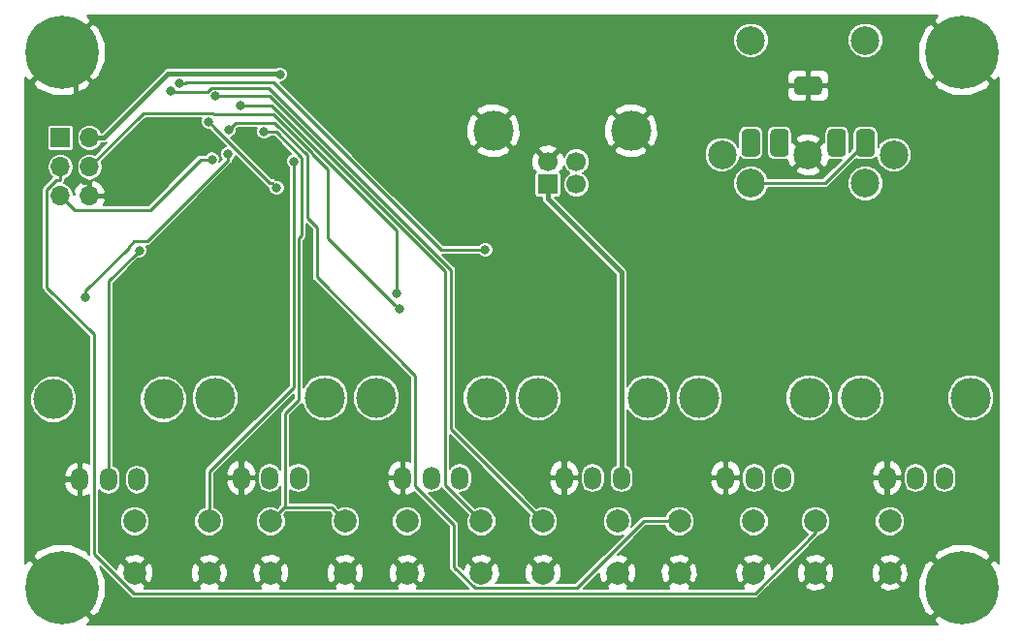
<source format=gbr>
G04 #@! TF.GenerationSoftware,KiCad,Pcbnew,(5.0.2)-1*
G04 #@! TF.CreationDate,2021-01-29T22:41:03+01:00*
G04 #@! TF.ProjectId,CardSizeMidiController,43617264-5369-47a6-954d-696469436f6e,rev?*
G04 #@! TF.SameCoordinates,Original*
G04 #@! TF.FileFunction,Copper,L2,Bot*
G04 #@! TF.FilePolarity,Positive*
%FSLAX46Y46*%
G04 Gerber Fmt 4.6, Leading zero omitted, Abs format (unit mm)*
G04 Created by KiCad (PCBNEW (5.0.2)-1) date 29/01/2021 22:41:03*
%MOMM*%
%LPD*%
G01*
G04 APERTURE LIST*
G04 #@! TA.AperFunction,Conductor*
%ADD10C,0.100000*%
G04 #@! TD*
G04 #@! TA.AperFunction,ComponentPad*
%ADD11C,1.600000*%
G04 #@! TD*
G04 #@! TA.AperFunction,ComponentPad*
%ADD12C,2.000000*%
G04 #@! TD*
G04 #@! TA.AperFunction,ComponentPad*
%ADD13O,1.500000X2.000000*%
G04 #@! TD*
G04 #@! TA.AperFunction,ComponentPad*
%ADD14C,3.500000*%
G04 #@! TD*
G04 #@! TA.AperFunction,ComponentPad*
%ADD15R,1.700000X1.700000*%
G04 #@! TD*
G04 #@! TA.AperFunction,ComponentPad*
%ADD16O,1.700000X1.700000*%
G04 #@! TD*
G04 #@! TA.AperFunction,ComponentPad*
%ADD17C,1.700000*%
G04 #@! TD*
G04 #@! TA.AperFunction,ComponentPad*
%ADD18C,0.800000*%
G04 #@! TD*
G04 #@! TA.AperFunction,ComponentPad*
%ADD19C,6.400000*%
G04 #@! TD*
G04 #@! TA.AperFunction,ComponentPad*
%ADD20C,2.499360*%
G04 #@! TD*
G04 #@! TA.AperFunction,ViaPad*
%ADD21C,0.800000*%
G04 #@! TD*
G04 #@! TA.AperFunction,Conductor*
%ADD22C,0.400000*%
G04 #@! TD*
G04 #@! TA.AperFunction,Conductor*
%ADD23C,0.250000*%
G04 #@! TD*
G04 #@! TA.AperFunction,Conductor*
%ADD24C,0.200000*%
G04 #@! TD*
G04 APERTURE END LIST*
D10*
G04 #@! TO.N,GND*
G04 #@! TO.C,J4*
G36*
X69546207Y-5678926D02*
X69585036Y-5684686D01*
X69623114Y-5694224D01*
X69660073Y-5707448D01*
X69695559Y-5724231D01*
X69729228Y-5744412D01*
X69760757Y-5767796D01*
X69789843Y-5794157D01*
X69816204Y-5823243D01*
X69839588Y-5854772D01*
X69859769Y-5888441D01*
X69876552Y-5923927D01*
X69889776Y-5960886D01*
X69899314Y-5998964D01*
X69905074Y-6037793D01*
X69907000Y-6077000D01*
X69907000Y-6877000D01*
X69905074Y-6916207D01*
X69899314Y-6955036D01*
X69889776Y-6993114D01*
X69876552Y-7030073D01*
X69859769Y-7065559D01*
X69839588Y-7099228D01*
X69816204Y-7130757D01*
X69789843Y-7159843D01*
X69760757Y-7186204D01*
X69729228Y-7209588D01*
X69695559Y-7229769D01*
X69660073Y-7246552D01*
X69623114Y-7259776D01*
X69585036Y-7269314D01*
X69546207Y-7275074D01*
X69507000Y-7277000D01*
X67907000Y-7277000D01*
X67867793Y-7275074D01*
X67828964Y-7269314D01*
X67790886Y-7259776D01*
X67753927Y-7246552D01*
X67718441Y-7229769D01*
X67684772Y-7209588D01*
X67653243Y-7186204D01*
X67624157Y-7159843D01*
X67597796Y-7130757D01*
X67574412Y-7099228D01*
X67554231Y-7065559D01*
X67537448Y-7030073D01*
X67524224Y-6993114D01*
X67514686Y-6955036D01*
X67508926Y-6916207D01*
X67507000Y-6877000D01*
X67507000Y-6077000D01*
X67508926Y-6037793D01*
X67514686Y-5998964D01*
X67524224Y-5960886D01*
X67537448Y-5923927D01*
X67554231Y-5888441D01*
X67574412Y-5854772D01*
X67597796Y-5823243D01*
X67624157Y-5794157D01*
X67653243Y-5767796D01*
X67684772Y-5744412D01*
X67718441Y-5724231D01*
X67753927Y-5707448D01*
X67790886Y-5694224D01*
X67828964Y-5684686D01*
X67867793Y-5678926D01*
X67907000Y-5677000D01*
X69507000Y-5677000D01*
X69546207Y-5678926D01*
X69546207Y-5678926D01*
G37*
D11*
G04 #@! TD*
G04 #@! TO.P,J4,S*
G04 #@! TO.N,GND*
X68707000Y-6477000D03*
D10*
G04 #@! TO.N,N/C*
G04 #@! TO.C,J4*
G36*
X66646207Y-10278926D02*
X66685036Y-10284686D01*
X66723114Y-10294224D01*
X66760073Y-10307448D01*
X66795559Y-10324231D01*
X66829228Y-10344412D01*
X66860757Y-10367796D01*
X66889843Y-10394157D01*
X66916204Y-10423243D01*
X66939588Y-10454772D01*
X66959769Y-10488441D01*
X66976552Y-10523927D01*
X66989776Y-10560886D01*
X66999314Y-10598964D01*
X67005074Y-10637793D01*
X67007000Y-10677000D01*
X67007000Y-12277000D01*
X67005074Y-12316207D01*
X66999314Y-12355036D01*
X66989776Y-12393114D01*
X66976552Y-12430073D01*
X66959769Y-12465559D01*
X66939588Y-12499228D01*
X66916204Y-12530757D01*
X66889843Y-12559843D01*
X66860757Y-12586204D01*
X66829228Y-12609588D01*
X66795559Y-12629769D01*
X66760073Y-12646552D01*
X66723114Y-12659776D01*
X66685036Y-12669314D01*
X66646207Y-12675074D01*
X66607000Y-12677000D01*
X65807000Y-12677000D01*
X65767793Y-12675074D01*
X65728964Y-12669314D01*
X65690886Y-12659776D01*
X65653927Y-12646552D01*
X65618441Y-12629769D01*
X65584772Y-12609588D01*
X65553243Y-12586204D01*
X65524157Y-12559843D01*
X65497796Y-12530757D01*
X65474412Y-12499228D01*
X65454231Y-12465559D01*
X65437448Y-12430073D01*
X65424224Y-12393114D01*
X65414686Y-12355036D01*
X65408926Y-12316207D01*
X65407000Y-12277000D01*
X65407000Y-10677000D01*
X65408926Y-10637793D01*
X65414686Y-10598964D01*
X65424224Y-10560886D01*
X65437448Y-10523927D01*
X65454231Y-10488441D01*
X65474412Y-10454772D01*
X65497796Y-10423243D01*
X65524157Y-10394157D01*
X65553243Y-10367796D01*
X65584772Y-10344412D01*
X65618441Y-10324231D01*
X65653927Y-10307448D01*
X65690886Y-10294224D01*
X65728964Y-10284686D01*
X65767793Y-10278926D01*
X65807000Y-10277000D01*
X66607000Y-10277000D01*
X66646207Y-10278926D01*
X66646207Y-10278926D01*
G37*
D11*
G04 #@! TD*
G04 #@! TO.P,J4,TN*
G04 #@! TO.N,N/C*
X66207000Y-11477000D03*
D10*
G04 #@! TO.N,N/C*
G04 #@! TO.C,J4*
G36*
X71646207Y-10278926D02*
X71685036Y-10284686D01*
X71723114Y-10294224D01*
X71760073Y-10307448D01*
X71795559Y-10324231D01*
X71829228Y-10344412D01*
X71860757Y-10367796D01*
X71889843Y-10394157D01*
X71916204Y-10423243D01*
X71939588Y-10454772D01*
X71959769Y-10488441D01*
X71976552Y-10523927D01*
X71989776Y-10560886D01*
X71999314Y-10598964D01*
X72005074Y-10637793D01*
X72007000Y-10677000D01*
X72007000Y-12277000D01*
X72005074Y-12316207D01*
X71999314Y-12355036D01*
X71989776Y-12393114D01*
X71976552Y-12430073D01*
X71959769Y-12465559D01*
X71939588Y-12499228D01*
X71916204Y-12530757D01*
X71889843Y-12559843D01*
X71860757Y-12586204D01*
X71829228Y-12609588D01*
X71795559Y-12629769D01*
X71760073Y-12646552D01*
X71723114Y-12659776D01*
X71685036Y-12669314D01*
X71646207Y-12675074D01*
X71607000Y-12677000D01*
X70807000Y-12677000D01*
X70767793Y-12675074D01*
X70728964Y-12669314D01*
X70690886Y-12659776D01*
X70653927Y-12646552D01*
X70618441Y-12629769D01*
X70584772Y-12609588D01*
X70553243Y-12586204D01*
X70524157Y-12559843D01*
X70497796Y-12530757D01*
X70474412Y-12499228D01*
X70454231Y-12465559D01*
X70437448Y-12430073D01*
X70424224Y-12393114D01*
X70414686Y-12355036D01*
X70408926Y-12316207D01*
X70407000Y-12277000D01*
X70407000Y-10677000D01*
X70408926Y-10637793D01*
X70414686Y-10598964D01*
X70424224Y-10560886D01*
X70437448Y-10523927D01*
X70454231Y-10488441D01*
X70474412Y-10454772D01*
X70497796Y-10423243D01*
X70524157Y-10394157D01*
X70553243Y-10367796D01*
X70584772Y-10344412D01*
X70618441Y-10324231D01*
X70653927Y-10307448D01*
X70690886Y-10294224D01*
X70728964Y-10284686D01*
X70767793Y-10278926D01*
X70807000Y-10277000D01*
X71607000Y-10277000D01*
X71646207Y-10278926D01*
X71646207Y-10278926D01*
G37*
D11*
G04 #@! TD*
G04 #@! TO.P,J4,RN*
G04 #@! TO.N,N/C*
X71207000Y-11477000D03*
D10*
G04 #@! TO.N,Net-(J3-Pad5)*
G04 #@! TO.C,J4*
G36*
X64146207Y-10278926D02*
X64185036Y-10284686D01*
X64223114Y-10294224D01*
X64260073Y-10307448D01*
X64295559Y-10324231D01*
X64329228Y-10344412D01*
X64360757Y-10367796D01*
X64389843Y-10394157D01*
X64416204Y-10423243D01*
X64439588Y-10454772D01*
X64459769Y-10488441D01*
X64476552Y-10523927D01*
X64489776Y-10560886D01*
X64499314Y-10598964D01*
X64505074Y-10637793D01*
X64507000Y-10677000D01*
X64507000Y-12277000D01*
X64505074Y-12316207D01*
X64499314Y-12355036D01*
X64489776Y-12393114D01*
X64476552Y-12430073D01*
X64459769Y-12465559D01*
X64439588Y-12499228D01*
X64416204Y-12530757D01*
X64389843Y-12559843D01*
X64360757Y-12586204D01*
X64329228Y-12609588D01*
X64295559Y-12629769D01*
X64260073Y-12646552D01*
X64223114Y-12659776D01*
X64185036Y-12669314D01*
X64146207Y-12675074D01*
X64107000Y-12677000D01*
X63307000Y-12677000D01*
X63267793Y-12675074D01*
X63228964Y-12669314D01*
X63190886Y-12659776D01*
X63153927Y-12646552D01*
X63118441Y-12629769D01*
X63084772Y-12609588D01*
X63053243Y-12586204D01*
X63024157Y-12559843D01*
X62997796Y-12530757D01*
X62974412Y-12499228D01*
X62954231Y-12465559D01*
X62937448Y-12430073D01*
X62924224Y-12393114D01*
X62914686Y-12355036D01*
X62908926Y-12316207D01*
X62907000Y-12277000D01*
X62907000Y-10677000D01*
X62908926Y-10637793D01*
X62914686Y-10598964D01*
X62924224Y-10560886D01*
X62937448Y-10523927D01*
X62954231Y-10488441D01*
X62974412Y-10454772D01*
X62997796Y-10423243D01*
X63024157Y-10394157D01*
X63053243Y-10367796D01*
X63084772Y-10344412D01*
X63118441Y-10324231D01*
X63153927Y-10307448D01*
X63190886Y-10294224D01*
X63228964Y-10284686D01*
X63267793Y-10278926D01*
X63307000Y-10277000D01*
X64107000Y-10277000D01*
X64146207Y-10278926D01*
X64146207Y-10278926D01*
G37*
D11*
G04 #@! TD*
G04 #@! TO.P,J4,T*
G04 #@! TO.N,Net-(J3-Pad5)*
X63707000Y-11477000D03*
D10*
G04 #@! TO.N,Net-(J3-Pad4)*
G04 #@! TO.C,J4*
G36*
X74146207Y-10278926D02*
X74185036Y-10284686D01*
X74223114Y-10294224D01*
X74260073Y-10307448D01*
X74295559Y-10324231D01*
X74329228Y-10344412D01*
X74360757Y-10367796D01*
X74389843Y-10394157D01*
X74416204Y-10423243D01*
X74439588Y-10454772D01*
X74459769Y-10488441D01*
X74476552Y-10523927D01*
X74489776Y-10560886D01*
X74499314Y-10598964D01*
X74505074Y-10637793D01*
X74507000Y-10677000D01*
X74507000Y-12277000D01*
X74505074Y-12316207D01*
X74499314Y-12355036D01*
X74489776Y-12393114D01*
X74476552Y-12430073D01*
X74459769Y-12465559D01*
X74439588Y-12499228D01*
X74416204Y-12530757D01*
X74389843Y-12559843D01*
X74360757Y-12586204D01*
X74329228Y-12609588D01*
X74295559Y-12629769D01*
X74260073Y-12646552D01*
X74223114Y-12659776D01*
X74185036Y-12669314D01*
X74146207Y-12675074D01*
X74107000Y-12677000D01*
X73307000Y-12677000D01*
X73267793Y-12675074D01*
X73228964Y-12669314D01*
X73190886Y-12659776D01*
X73153927Y-12646552D01*
X73118441Y-12629769D01*
X73084772Y-12609588D01*
X73053243Y-12586204D01*
X73024157Y-12559843D01*
X72997796Y-12530757D01*
X72974412Y-12499228D01*
X72954231Y-12465559D01*
X72937448Y-12430073D01*
X72924224Y-12393114D01*
X72914686Y-12355036D01*
X72908926Y-12316207D01*
X72907000Y-12277000D01*
X72907000Y-10677000D01*
X72908926Y-10637793D01*
X72914686Y-10598964D01*
X72924224Y-10560886D01*
X72937448Y-10523927D01*
X72954231Y-10488441D01*
X72974412Y-10454772D01*
X72997796Y-10423243D01*
X73024157Y-10394157D01*
X73053243Y-10367796D01*
X73084772Y-10344412D01*
X73118441Y-10324231D01*
X73153927Y-10307448D01*
X73190886Y-10294224D01*
X73228964Y-10284686D01*
X73267793Y-10278926D01*
X73307000Y-10277000D01*
X74107000Y-10277000D01*
X74146207Y-10278926D01*
X74146207Y-10278926D01*
G37*
D11*
G04 #@! TD*
G04 #@! TO.P,J4,R*
G04 #@! TO.N,Net-(J3-Pad4)*
X73707000Y-11477000D03*
D12*
G04 #@! TO.P,SW0,2*
G04 #@! TO.N,GND*
X9906000Y-49077000D03*
G04 #@! TO.P,SW0,1*
G04 #@! TO.N,SW0*
X9906000Y-44577000D03*
G04 #@! TO.P,SW0,2*
G04 #@! TO.N,GND*
X16406000Y-49077000D03*
G04 #@! TO.P,SW0,1*
G04 #@! TO.N,SW0*
X16406000Y-44577000D03*
G04 #@! TD*
D13*
G04 #@! TO.P,RV0,1*
G04 #@! TO.N,GND*
X5121400Y-40909000D03*
G04 #@! TO.P,RV0,2*
G04 #@! TO.N,A0*
X7621400Y-40909000D03*
G04 #@! TO.P,RV0,3*
G04 #@! TO.N,+5V*
X10121400Y-40909000D03*
D14*
G04 #@! TO.P,RV0,*
G04 #@! TO.N,*
X2821400Y-33909000D03*
X12421400Y-33909000D03*
G04 #@! TD*
D12*
G04 #@! TO.P,SW5,2*
G04 #@! TO.N,GND*
X69342000Y-49077000D03*
G04 #@! TO.P,SW5,1*
G04 #@! TO.N,SCK*
X69342000Y-44577000D03*
G04 #@! TO.P,SW5,2*
G04 #@! TO.N,GND*
X75842000Y-49077000D03*
G04 #@! TO.P,SW5,1*
G04 #@! TO.N,SCK*
X75842000Y-44577000D03*
G04 #@! TD*
G04 #@! TO.P,SW4,1*
G04 #@! TO.N,MISO*
X63954800Y-44577000D03*
G04 #@! TO.P,SW4,2*
G04 #@! TO.N,GND*
X63954800Y-49077000D03*
G04 #@! TO.P,SW4,1*
G04 #@! TO.N,MISO*
X57454800Y-44577000D03*
G04 #@! TO.P,SW4,2*
G04 #@! TO.N,GND*
X57454800Y-49077000D03*
G04 #@! TD*
G04 #@! TO.P,SW3,2*
G04 #@! TO.N,GND*
X45567600Y-49077000D03*
G04 #@! TO.P,SW3,1*
G04 #@! TO.N,SW3*
X45567600Y-44577000D03*
G04 #@! TO.P,SW3,2*
G04 #@! TO.N,GND*
X52067600Y-49077000D03*
G04 #@! TO.P,SW3,1*
G04 #@! TO.N,SW3*
X52067600Y-44577000D03*
G04 #@! TD*
G04 #@! TO.P,SW2,1*
G04 #@! TO.N,SW2*
X40180400Y-44577000D03*
G04 #@! TO.P,SW2,2*
G04 #@! TO.N,GND*
X40180400Y-49077000D03*
G04 #@! TO.P,SW2,1*
G04 #@! TO.N,SW2*
X33680400Y-44577000D03*
G04 #@! TO.P,SW2,2*
G04 #@! TO.N,GND*
X33680400Y-49077000D03*
G04 #@! TD*
G04 #@! TO.P,SW1,2*
G04 #@! TO.N,GND*
X21793200Y-49077000D03*
G04 #@! TO.P,SW1,1*
G04 #@! TO.N,SW1*
X21793200Y-44577000D03*
G04 #@! TO.P,SW1,2*
G04 #@! TO.N,GND*
X28293200Y-49077000D03*
G04 #@! TO.P,SW1,1*
G04 #@! TO.N,SW1*
X28293200Y-44577000D03*
G04 #@! TD*
D15*
G04 #@! TO.P,J2,1*
G04 #@! TO.N,MISO*
X3429000Y-11049000D03*
D16*
G04 #@! TO.P,J2,2*
G04 #@! TO.N,+5V*
X5969000Y-11049000D03*
G04 #@! TO.P,J2,3*
G04 #@! TO.N,SCK*
X3429000Y-13589000D03*
G04 #@! TO.P,J2,4*
G04 #@! TO.N,LED5*
X5969000Y-13589000D03*
G04 #@! TO.P,J2,5*
G04 #@! TO.N,~RST*
X3429000Y-16129000D03*
G04 #@! TO.P,J2,6*
G04 #@! TO.N,GND*
X5969000Y-16129000D03*
G04 #@! TD*
D15*
G04 #@! TO.P,J1,1*
G04 #@! TO.N,+5V*
X45974000Y-15113000D03*
D17*
G04 #@! TO.P,J1,2*
G04 #@! TO.N,Net-(J1-Pad2)*
X48474000Y-15113000D03*
G04 #@! TO.P,J1,3*
G04 #@! TO.N,Net-(J1-Pad3)*
X48474000Y-13113000D03*
G04 #@! TO.P,J1,4*
G04 #@! TO.N,GND*
X45974000Y-13113000D03*
D14*
G04 #@! TO.P,J1,5*
X41204000Y-10403000D03*
X53244000Y-10403000D03*
G04 #@! TD*
D18*
G04 #@! TO.P,J6,1*
G04 #@! TO.N,GND*
X83866056Y-48721944D03*
X82169000Y-48019000D03*
X80471944Y-48721944D03*
X79769000Y-50419000D03*
X80471944Y-52116056D03*
X82169000Y-52819000D03*
X83866056Y-52116056D03*
X84569000Y-50419000D03*
D19*
X82169000Y-50419000D03*
G04 #@! TD*
G04 #@! TO.P,J5,1*
G04 #@! TO.N,GND*
X3556000Y-3556000D03*
D18*
X5956000Y-3556000D03*
X5253056Y-5253056D03*
X3556000Y-5956000D03*
X1858944Y-5253056D03*
X1156000Y-3556000D03*
X1858944Y-1858944D03*
X3556000Y-1156000D03*
X5253056Y-1858944D03*
G04 #@! TD*
G04 #@! TO.P,J8,1*
G04 #@! TO.N,GND*
X5253056Y-48721944D03*
X3556000Y-48019000D03*
X1858944Y-48721944D03*
X1156000Y-50419000D03*
X1858944Y-52116056D03*
X3556000Y-52819000D03*
X5253056Y-52116056D03*
X5956000Y-50419000D03*
D19*
X3556000Y-50419000D03*
G04 #@! TD*
G04 #@! TO.P,J7,1*
G04 #@! TO.N,GND*
X82169000Y-3556000D03*
D18*
X84569000Y-3556000D03*
X83866056Y-5253056D03*
X82169000Y-5956000D03*
X80471944Y-5253056D03*
X79769000Y-3556000D03*
X80471944Y-1858944D03*
X82169000Y-1156000D03*
X83866056Y-1858944D03*
G04 #@! TD*
D20*
G04 #@! TO.P,J3,3*
G04 #@! TO.N,Net-(J3-Pad3)*
X76205080Y-12522200D03*
G04 #@! TO.P,J3,4*
G04 #@! TO.N,Net-(J3-Pad4)*
X63710820Y-15024100D03*
G04 #@! TO.P,J3,2*
G04 #@! TO.N,GND*
X68707000Y-12524740D03*
G04 #@! TO.P,J3,1*
G04 #@! TO.N,Net-(J3-Pad1)*
X61208920Y-12522200D03*
G04 #@! TO.P,J3,5*
G04 #@! TO.N,Net-(J3-Pad5)*
X73703180Y-15024100D03*
G04 #@! TO.P,J3,*
G04 #@! TO.N,*
X63705740Y-2527300D03*
X73708260Y-2527300D03*
G04 #@! TD*
D14*
G04 #@! TO.P,RV3,*
G04 #@! TO.N,*
X54710700Y-33782000D03*
X45110700Y-33782000D03*
D13*
G04 #@! TO.P,RV3,3*
G04 #@! TO.N,+5V*
X52410700Y-40782000D03*
G04 #@! TO.P,RV3,2*
G04 #@! TO.N,A3*
X49910700Y-40782000D03*
G04 #@! TO.P,RV3,1*
G04 #@! TO.N,GND*
X47410700Y-40782000D03*
G04 #@! TD*
G04 #@! TO.P,RV4,1*
G04 #@! TO.N,GND*
X61507100Y-40782000D03*
G04 #@! TO.P,RV4,2*
G04 #@! TO.N,A4*
X64007100Y-40782000D03*
G04 #@! TO.P,RV4,3*
G04 #@! TO.N,+5V*
X66507100Y-40782000D03*
D14*
G04 #@! TO.P,RV4,*
G04 #@! TO.N,*
X59207100Y-33782000D03*
X68807100Y-33782000D03*
G04 #@! TD*
G04 #@! TO.P,RV1,*
G04 #@! TO.N,*
X26517900Y-33782000D03*
X16917900Y-33782000D03*
D13*
G04 #@! TO.P,RV1,3*
G04 #@! TO.N,+5V*
X24217900Y-40782000D03*
G04 #@! TO.P,RV1,2*
G04 #@! TO.N,A1*
X21717900Y-40782000D03*
G04 #@! TO.P,RV1,1*
G04 #@! TO.N,GND*
X19217900Y-40782000D03*
G04 #@! TD*
G04 #@! TO.P,RV5,1*
G04 #@! TO.N,GND*
X75603600Y-40782000D03*
G04 #@! TO.P,RV5,2*
G04 #@! TO.N,A5*
X78103600Y-40782000D03*
G04 #@! TO.P,RV5,3*
G04 #@! TO.N,+5V*
X80603600Y-40782000D03*
D14*
G04 #@! TO.P,RV5,*
G04 #@! TO.N,*
X73303600Y-33782000D03*
X82903600Y-33782000D03*
G04 #@! TD*
D13*
G04 #@! TO.P,RV2,1*
G04 #@! TO.N,GND*
X33314300Y-40782000D03*
G04 #@! TO.P,RV2,2*
G04 #@! TO.N,A2*
X35814300Y-40782000D03*
G04 #@! TO.P,RV2,3*
G04 #@! TO.N,+5V*
X38314300Y-40782000D03*
D14*
G04 #@! TO.P,RV2,*
G04 #@! TO.N,*
X31014300Y-33782000D03*
X40614300Y-33782000D03*
G04 #@! TD*
D21*
G04 #@! TO.N,GND*
X27400000Y-10100000D03*
X38500000Y-22000000D03*
G04 #@! TO.N,~RST*
X16654900Y-12918500D03*
G04 #@! TO.N,+5V*
X22588600Y-5489900D03*
G04 #@! TO.N,LED5*
X33020000Y-26035000D03*
G04 #@! TO.N,LED4*
X16365713Y-9617090D03*
X22299996Y-15400000D03*
G04 #@! TO.N,LED3*
X13773600Y-6286800D03*
X40513000Y-20828000D03*
G04 #@! TO.N,LED2*
X19136300Y-8224700D03*
X32766000Y-24638000D03*
G04 #@! TO.N,LED0*
X5614700Y-25016000D03*
X18062900Y-12433900D03*
G04 #@! TO.N,SW1*
X21206000Y-10501900D03*
G04 #@! TO.N,SW2*
X16920300Y-7388100D03*
G04 #@! TO.N,SW3*
X13048200Y-6984300D03*
G04 #@! TO.N,MISO*
X18090500Y-10342100D03*
G04 #@! TO.N,A0*
X10300000Y-20900004D03*
G04 #@! TO.N,SW0*
X23780662Y-13109518D03*
G04 #@! TD*
D22*
G04 #@! TO.N,GND*
X79769000Y-50419000D02*
X80471900Y-51121900D01*
X80471900Y-51121900D02*
X80471900Y-52116100D01*
X1858900Y-48721900D02*
X1156000Y-49424800D01*
X1156000Y-49424800D02*
X1156000Y-50419000D01*
X1858900Y-52116100D02*
X1858900Y-51121900D01*
X1858900Y-51121900D02*
X1156000Y-50419000D01*
X82871900Y-52116100D02*
X82169000Y-52819000D01*
X83866100Y-52116100D02*
X82871900Y-52116100D01*
X82871900Y-52116100D02*
X82871900Y-51121900D01*
X82871900Y-51121900D02*
X82169000Y-50419000D01*
X84569000Y-50419000D02*
X83866100Y-51121900D01*
X83866100Y-51121900D02*
X83866100Y-52116100D01*
X80471900Y-52116100D02*
X81466100Y-52116100D01*
X81466100Y-52116100D02*
X82169000Y-52819000D01*
X79769000Y-3556000D02*
X80471900Y-2853100D01*
X80471900Y-2853100D02*
X80471900Y-1858900D01*
X53244000Y-10403000D02*
X53837200Y-9809800D01*
X45974000Y-13113000D02*
X45582200Y-13113000D01*
X3556000Y-1858900D02*
X5253100Y-1858900D01*
X3556000Y-1858900D02*
X3556000Y-3556000D01*
X3556000Y-1156000D02*
X3556000Y-1858900D01*
X3556000Y-1858900D02*
X1858900Y-1858900D01*
X3556000Y-48019000D02*
X3804500Y-47770500D01*
X3804500Y-47770500D02*
X3804600Y-47770500D01*
X3804600Y-47770500D02*
X4053200Y-47521900D01*
X5253100Y-48721900D02*
X4053200Y-47521900D01*
X4379100Y-6127100D02*
X4718700Y-6466700D01*
X4718700Y-6466700D02*
X4718700Y-14175500D01*
X4718700Y-14175500D02*
X5421900Y-14878700D01*
X5421900Y-14878700D02*
X5969000Y-14878700D01*
X5253100Y-5253100D02*
X4379100Y-6127100D01*
X4379100Y-6127100D02*
X3727100Y-6127100D01*
X3727100Y-6127100D02*
X3556000Y-5956000D01*
X5956000Y-3556000D02*
X5956000Y-4550200D01*
X5956000Y-4550200D02*
X5253100Y-5253100D01*
X5969000Y-16129000D02*
X5969000Y-14878700D01*
X84569000Y-50419000D02*
X83866100Y-49716100D01*
X83866100Y-49716100D02*
X83866100Y-48721900D01*
X5956000Y-50419000D02*
X5253100Y-51121900D01*
X5253100Y-51121900D02*
X5253100Y-52116100D01*
X1858900Y-1858900D02*
X1156000Y-2561800D01*
X1156000Y-2561800D02*
X1156000Y-3556000D01*
X83866100Y-5253100D02*
X83866100Y-4258900D01*
X83866100Y-4258900D02*
X84569000Y-3556000D01*
X83866100Y-1858900D02*
X84569000Y-2561800D01*
X84569000Y-2561800D02*
X84569000Y-3556000D01*
D23*
G04 #@! TO.N,~RST*
X4633300Y-17333300D02*
X11257285Y-17333300D01*
X3429000Y-16129000D02*
X4633300Y-17333300D01*
X11257285Y-17333300D02*
X15672085Y-12918500D01*
X15672085Y-12918500D02*
X16089215Y-12918500D01*
X16089215Y-12918500D02*
X16654900Y-12918500D01*
D22*
G04 #@! TO.N,+5V*
X7219300Y-11049000D02*
X12815400Y-5452900D01*
X12815400Y-5452900D02*
X22551600Y-5452900D01*
X22551600Y-5452900D02*
X22588600Y-5489900D01*
X45974000Y-15113000D02*
X45974000Y-16363300D01*
X52410700Y-40782000D02*
X52410700Y-22800000D01*
X52410700Y-22800000D02*
X45974000Y-16363300D01*
X5969000Y-11049000D02*
X7219300Y-11049000D01*
D23*
G04 #@! TO.N,LED5*
X10665912Y-8892088D02*
X16713715Y-8892088D01*
X26775035Y-13833235D02*
X26775035Y-19790035D01*
X5969000Y-13589000D02*
X10665912Y-8892088D01*
X25405686Y-12463886D02*
X26775035Y-13833235D01*
X16713715Y-8892088D02*
X16829227Y-9007600D01*
X16829227Y-9007600D02*
X22024570Y-9007600D01*
X26775035Y-19790035D02*
X32620001Y-25635001D01*
X32620001Y-25635001D02*
X33020000Y-26035000D01*
X25405686Y-12388716D02*
X25405686Y-12463886D01*
X22024570Y-9007600D02*
X25405686Y-12388716D01*
G04 #@! TO.N,LED4*
X21899997Y-15000001D02*
X22299996Y-15400000D01*
X21699993Y-15000001D02*
X21899997Y-15000001D01*
X16765712Y-10065720D02*
X21699993Y-15000001D01*
X16765712Y-10017089D02*
X16765712Y-10065720D01*
X16365713Y-9617090D02*
X16765712Y-10017089D01*
G04 #@! TO.N,LED3*
X36645315Y-20828000D02*
X39947315Y-20828000D01*
X14413585Y-6212500D02*
X22029815Y-6212500D01*
X39947315Y-20828000D02*
X40513000Y-20828000D01*
X22029815Y-6212500D02*
X36645315Y-20828000D01*
X13773600Y-6286800D02*
X14339285Y-6286800D01*
X14339285Y-6286800D02*
X14413585Y-6212500D01*
G04 #@! TO.N,LED2*
X21878081Y-8224700D02*
X25855697Y-12202316D01*
X32766000Y-24072315D02*
X32766000Y-24638000D01*
X19136300Y-8224700D02*
X21878081Y-8224700D01*
X32766000Y-19125200D02*
X32766000Y-24072315D01*
X25855697Y-12214897D02*
X32766000Y-19125200D01*
X25855697Y-12202316D02*
X25855697Y-12214897D01*
G04 #@! TO.N,LED0*
X9851998Y-20074996D02*
X9374998Y-20551998D01*
X9374998Y-20551998D02*
X9374998Y-20651998D01*
X9374998Y-20651998D02*
X5614700Y-24412296D01*
X18062900Y-12433900D02*
X18062900Y-12999585D01*
X18062900Y-12999585D02*
X10987489Y-20074996D01*
X5614700Y-24412296D02*
X5614700Y-24450315D01*
X5614700Y-24450315D02*
X5614700Y-25016000D01*
X10987489Y-20074996D02*
X9851998Y-20074996D01*
G04 #@! TO.N,SW1*
X23072700Y-43391900D02*
X27108100Y-43391900D01*
X27108100Y-43391900D02*
X28293200Y-44577000D01*
X21793200Y-44577000D02*
X22978300Y-43391900D01*
X22978300Y-43391900D02*
X23072700Y-43391900D01*
X23072700Y-43391900D02*
X23072700Y-35156300D01*
X24505664Y-12761516D02*
X22246048Y-10501900D01*
X23072700Y-35156300D02*
X24244400Y-33984600D01*
X24244400Y-19789696D02*
X24505664Y-19528432D01*
X22246048Y-10501900D02*
X21771685Y-10501900D01*
X21771685Y-10501900D02*
X21206000Y-10501900D01*
X24244400Y-33984600D02*
X24244400Y-19789696D01*
X24505664Y-19528432D02*
X24505664Y-12761516D01*
G04 #@! TO.N,SW2*
X17485985Y-7388100D02*
X16920300Y-7388100D01*
X40180400Y-44577000D02*
X36997100Y-41393700D01*
X26305708Y-12015916D02*
X21677892Y-7388100D01*
X36997100Y-41393700D02*
X36997100Y-22719400D01*
X21677892Y-7388100D02*
X17485985Y-7388100D01*
X36997100Y-22719400D02*
X26305708Y-12028008D01*
X26305708Y-12028008D02*
X26305708Y-12015916D01*
G04 #@! TO.N,SW3*
X45567600Y-44577000D02*
X37502100Y-36511500D01*
X37502100Y-36511500D02*
X37502000Y-36511500D01*
X37502000Y-36511500D02*
X37502000Y-22573600D01*
X37502000Y-22573600D02*
X21591200Y-6662800D01*
X21591200Y-6662800D02*
X16619900Y-6662800D01*
X16619900Y-6662800D02*
X16270100Y-7012600D01*
X16270100Y-7012600D02*
X13076500Y-7012600D01*
X13076500Y-7012600D02*
X13048200Y-6984300D01*
G04 #@! TO.N,MISO*
X18090500Y-10342100D02*
X18692300Y-9740300D01*
X34405000Y-31829800D02*
X34405000Y-41506500D01*
X25812000Y-18858506D02*
X25812000Y-23236800D01*
X39610000Y-50416300D02*
X48528100Y-50416300D01*
X54367400Y-44577000D02*
X56040587Y-44577000D01*
X34405000Y-41506500D02*
X37786800Y-44888300D01*
X24955675Y-18002181D02*
X25812000Y-18858506D01*
X37786800Y-44888300D02*
X37786800Y-48593100D01*
X56040587Y-44577000D02*
X57454800Y-44577000D01*
X22120859Y-9740300D02*
X24955675Y-12575116D01*
X48528100Y-50416300D02*
X54367400Y-44577000D01*
X37786800Y-48593100D02*
X39610000Y-50416300D01*
X18692300Y-9740300D02*
X22120859Y-9740300D01*
X25812000Y-23236800D02*
X34405000Y-31829800D01*
X24955675Y-12575116D02*
X24955675Y-18002181D01*
G04 #@! TO.N,SCK*
X3429000Y-13589000D02*
X3429000Y-14764300D01*
X3429000Y-14764300D02*
X3061700Y-14764300D01*
X3061700Y-14764300D02*
X2245900Y-15580100D01*
X2245900Y-15580100D02*
X2245900Y-24108900D01*
X2245900Y-24108900D02*
X6371400Y-28234400D01*
X6371400Y-28234400D02*
X6371400Y-47416800D01*
X6371400Y-47416800D02*
X9824400Y-50869800D01*
X9824400Y-50869800D02*
X64066300Y-50869800D01*
X64066300Y-50869800D02*
X69342000Y-45594100D01*
X69342000Y-45594100D02*
X69342000Y-44577000D01*
G04 #@! TO.N,A0*
X7621400Y-40909000D02*
X7621400Y-23578604D01*
X7621400Y-23578604D02*
X9900001Y-21300003D01*
X9900001Y-21300003D02*
X10300000Y-20900004D01*
G04 #@! TO.N,SW0*
X16406000Y-44577000D02*
X16406000Y-40225700D01*
X23780662Y-13675203D02*
X23780662Y-13109518D01*
X16406000Y-40225700D02*
X23780662Y-32851038D01*
X23780662Y-32851038D02*
X23780662Y-13675203D01*
G04 #@! TO.N,Net-(J3-Pad4)*
X73707000Y-11477000D02*
X70159900Y-15024100D01*
X70159900Y-15024100D02*
X63710800Y-15024100D01*
G04 #@! TD*
D24*
G04 #@! TO.N,GND*
G36*
X79642208Y-811419D02*
X82169000Y-3338211D01*
X82183142Y-3324069D01*
X82400931Y-3541858D01*
X82386789Y-3556000D01*
X84913581Y-6082792D01*
X85350000Y-5748613D01*
X85350001Y-48226387D01*
X84913581Y-47892208D01*
X82386789Y-50419000D01*
X82400931Y-50433142D01*
X82183142Y-50650931D01*
X82169000Y-50636789D01*
X79642208Y-53163581D01*
X79976387Y-53600000D01*
X5748613Y-53600000D01*
X6082792Y-53163581D01*
X3556000Y-50636789D01*
X3541858Y-50650931D01*
X3324069Y-50433142D01*
X3338211Y-50419000D01*
X811419Y-47892208D01*
X375000Y-48226387D01*
X375000Y-47674419D01*
X1029208Y-47674419D01*
X3556000Y-50201211D01*
X3570142Y-50187069D01*
X3787931Y-50404858D01*
X3773789Y-50419000D01*
X6300581Y-52945792D01*
X6785139Y-52574752D01*
X7364306Y-51174917D01*
X7363693Y-49660001D01*
X6904167Y-48550607D01*
X9494281Y-51140722D01*
X9517992Y-51176208D01*
X9658573Y-51270141D01*
X9782542Y-51294800D01*
X9782543Y-51294800D01*
X9824399Y-51303126D01*
X9866255Y-51294800D01*
X64024443Y-51294800D01*
X64066300Y-51303126D01*
X64108157Y-51294800D01*
X64108158Y-51294800D01*
X64232127Y-51270141D01*
X64372708Y-51176208D01*
X64396421Y-51140719D01*
X65305074Y-50232066D01*
X68404723Y-50232066D01*
X68507174Y-50488040D01*
X69110703Y-50700105D01*
X69749445Y-50665067D01*
X70176826Y-50488040D01*
X70279277Y-50232066D01*
X74904723Y-50232066D01*
X75007174Y-50488040D01*
X75610703Y-50700105D01*
X76249445Y-50665067D01*
X76676826Y-50488040D01*
X76779277Y-50232066D01*
X75842000Y-49294789D01*
X74904723Y-50232066D01*
X70279277Y-50232066D01*
X69342000Y-49294789D01*
X68404723Y-50232066D01*
X65305074Y-50232066D01*
X66691437Y-48845703D01*
X67718895Y-48845703D01*
X67753933Y-49484445D01*
X67930960Y-49911826D01*
X68186934Y-50014277D01*
X69124211Y-49077000D01*
X69559789Y-49077000D01*
X70497066Y-50014277D01*
X70753040Y-49911826D01*
X70965105Y-49308297D01*
X70939730Y-48845703D01*
X74218895Y-48845703D01*
X74253933Y-49484445D01*
X74430960Y-49911826D01*
X74686934Y-50014277D01*
X75624211Y-49077000D01*
X76059789Y-49077000D01*
X76997066Y-50014277D01*
X77253040Y-49911826D01*
X77340442Y-49663083D01*
X78360694Y-49663083D01*
X78361307Y-51177999D01*
X78939861Y-52574752D01*
X79424419Y-52945792D01*
X81951211Y-50419000D01*
X79424419Y-47892208D01*
X78939861Y-48263248D01*
X78360694Y-49663083D01*
X77340442Y-49663083D01*
X77465105Y-49308297D01*
X77430067Y-48669555D01*
X77253040Y-48242174D01*
X76997066Y-48139723D01*
X76059789Y-49077000D01*
X75624211Y-49077000D01*
X74686934Y-48139723D01*
X74430960Y-48242174D01*
X74218895Y-48845703D01*
X70939730Y-48845703D01*
X70930067Y-48669555D01*
X70753040Y-48242174D01*
X70497066Y-48139723D01*
X69559789Y-49077000D01*
X69124211Y-49077000D01*
X68186934Y-48139723D01*
X67930960Y-48242174D01*
X67718895Y-48845703D01*
X66691437Y-48845703D01*
X67615206Y-47921934D01*
X68404723Y-47921934D01*
X69342000Y-48859211D01*
X70279277Y-47921934D01*
X74904723Y-47921934D01*
X75842000Y-48859211D01*
X76779277Y-47921934D01*
X76680212Y-47674419D01*
X79642208Y-47674419D01*
X82169000Y-50201211D01*
X84695792Y-47674419D01*
X84324752Y-47189861D01*
X82924917Y-46610694D01*
X81410001Y-46611307D01*
X80013248Y-47189861D01*
X79642208Y-47674419D01*
X76680212Y-47674419D01*
X76676826Y-47665960D01*
X76073297Y-47453895D01*
X75434555Y-47488933D01*
X75007174Y-47665960D01*
X74904723Y-47921934D01*
X70279277Y-47921934D01*
X70176826Y-47665960D01*
X69573297Y-47453895D01*
X68934555Y-47488933D01*
X68507174Y-47665960D01*
X68404723Y-47921934D01*
X67615206Y-47921934D01*
X69612923Y-45924218D01*
X69648408Y-45900508D01*
X69688427Y-45840615D01*
X70078391Y-45679087D01*
X70444087Y-45313391D01*
X70642000Y-44835586D01*
X70642000Y-44318414D01*
X74542000Y-44318414D01*
X74542000Y-44835586D01*
X74739913Y-45313391D01*
X75105609Y-45679087D01*
X75583414Y-45877000D01*
X76100586Y-45877000D01*
X76578391Y-45679087D01*
X76944087Y-45313391D01*
X77142000Y-44835586D01*
X77142000Y-44318414D01*
X76944087Y-43840609D01*
X76578391Y-43474913D01*
X76100586Y-43277000D01*
X75583414Y-43277000D01*
X75105609Y-43474913D01*
X74739913Y-43840609D01*
X74542000Y-44318414D01*
X70642000Y-44318414D01*
X70444087Y-43840609D01*
X70078391Y-43474913D01*
X69600586Y-43277000D01*
X69083414Y-43277000D01*
X68605609Y-43474913D01*
X68239913Y-43840609D01*
X68042000Y-44318414D01*
X68042000Y-44835586D01*
X68239913Y-45313391D01*
X68605609Y-45679087D01*
X68641221Y-45693838D01*
X65549244Y-48785815D01*
X65542867Y-48669555D01*
X65365840Y-48242174D01*
X65109866Y-48139723D01*
X64172589Y-49077000D01*
X64186731Y-49091142D01*
X63968942Y-49308931D01*
X63954800Y-49294789D01*
X63017523Y-50232066D01*
X63102668Y-50444800D01*
X58306932Y-50444800D01*
X58392077Y-50232066D01*
X57454800Y-49294789D01*
X56517523Y-50232066D01*
X56602668Y-50444800D01*
X52919732Y-50444800D01*
X53004877Y-50232066D01*
X52067600Y-49294789D01*
X51130323Y-50232066D01*
X51215468Y-50444800D01*
X49100640Y-50444800D01*
X50457768Y-49087672D01*
X50479533Y-49484445D01*
X50656560Y-49911826D01*
X50912534Y-50014277D01*
X51849811Y-49077000D01*
X52285389Y-49077000D01*
X53222666Y-50014277D01*
X53478640Y-49911826D01*
X53690705Y-49308297D01*
X53665330Y-48845703D01*
X55831695Y-48845703D01*
X55866733Y-49484445D01*
X56043760Y-49911826D01*
X56299734Y-50014277D01*
X57237011Y-49077000D01*
X57672589Y-49077000D01*
X58609866Y-50014277D01*
X58865840Y-49911826D01*
X59077905Y-49308297D01*
X59052530Y-48845703D01*
X62331695Y-48845703D01*
X62366733Y-49484445D01*
X62543760Y-49911826D01*
X62799734Y-50014277D01*
X63737011Y-49077000D01*
X62799734Y-48139723D01*
X62543760Y-48242174D01*
X62331695Y-48845703D01*
X59052530Y-48845703D01*
X59042867Y-48669555D01*
X58865840Y-48242174D01*
X58609866Y-48139723D01*
X57672589Y-49077000D01*
X57237011Y-49077000D01*
X56299734Y-48139723D01*
X56043760Y-48242174D01*
X55831695Y-48845703D01*
X53665330Y-48845703D01*
X53655667Y-48669555D01*
X53478640Y-48242174D01*
X53222666Y-48139723D01*
X52285389Y-49077000D01*
X51849811Y-49077000D01*
X51835669Y-49062858D01*
X52053458Y-48845069D01*
X52067600Y-48859211D01*
X53004877Y-47921934D01*
X56517523Y-47921934D01*
X57454800Y-48859211D01*
X58392077Y-47921934D01*
X63017523Y-47921934D01*
X63954800Y-48859211D01*
X64892077Y-47921934D01*
X64789626Y-47665960D01*
X64186097Y-47453895D01*
X63547355Y-47488933D01*
X63119974Y-47665960D01*
X63017523Y-47921934D01*
X58392077Y-47921934D01*
X58289626Y-47665960D01*
X57686097Y-47453895D01*
X57047355Y-47488933D01*
X56619974Y-47665960D01*
X56517523Y-47921934D01*
X53004877Y-47921934D01*
X52902426Y-47665960D01*
X52298897Y-47453895D01*
X52079511Y-47465929D01*
X54543441Y-45002000D01*
X56223731Y-45002000D01*
X56352713Y-45313391D01*
X56718409Y-45679087D01*
X57196214Y-45877000D01*
X57713386Y-45877000D01*
X58191191Y-45679087D01*
X58556887Y-45313391D01*
X58754800Y-44835586D01*
X58754800Y-44318414D01*
X62654800Y-44318414D01*
X62654800Y-44835586D01*
X62852713Y-45313391D01*
X63218409Y-45679087D01*
X63696214Y-45877000D01*
X64213386Y-45877000D01*
X64691191Y-45679087D01*
X65056887Y-45313391D01*
X65254800Y-44835586D01*
X65254800Y-44318414D01*
X65056887Y-43840609D01*
X64691191Y-43474913D01*
X64213386Y-43277000D01*
X63696214Y-43277000D01*
X63218409Y-43474913D01*
X62852713Y-43840609D01*
X62654800Y-44318414D01*
X58754800Y-44318414D01*
X58556887Y-43840609D01*
X58191191Y-43474913D01*
X57713386Y-43277000D01*
X57196214Y-43277000D01*
X56718409Y-43474913D01*
X56352713Y-43840609D01*
X56223731Y-44152000D01*
X54409257Y-44152000D01*
X54367399Y-44143674D01*
X54325542Y-44152000D01*
X54201573Y-44176659D01*
X54060992Y-44270592D01*
X54037282Y-44306077D01*
X53268483Y-45074876D01*
X53367600Y-44835586D01*
X53367600Y-44318414D01*
X53169687Y-43840609D01*
X52803991Y-43474913D01*
X52326186Y-43277000D01*
X51809014Y-43277000D01*
X51331209Y-43474913D01*
X50965513Y-43840609D01*
X50767600Y-44318414D01*
X50767600Y-44835586D01*
X50965513Y-45313391D01*
X51331209Y-45679087D01*
X51809014Y-45877000D01*
X52326186Y-45877000D01*
X52565476Y-45777883D01*
X48352060Y-49991300D01*
X46780074Y-49991300D01*
X46978640Y-49911826D01*
X47190705Y-49308297D01*
X47155667Y-48669555D01*
X46978640Y-48242174D01*
X46722666Y-48139723D01*
X45785389Y-49077000D01*
X45799531Y-49091142D01*
X45581742Y-49308931D01*
X45567600Y-49294789D01*
X45553458Y-49308931D01*
X45335669Y-49091142D01*
X45349811Y-49077000D01*
X44412534Y-48139723D01*
X44156560Y-48242174D01*
X43944495Y-48845703D01*
X43979533Y-49484445D01*
X44156560Y-49911826D01*
X44355126Y-49991300D01*
X41392874Y-49991300D01*
X41591440Y-49911826D01*
X41803505Y-49308297D01*
X41768467Y-48669555D01*
X41591440Y-48242174D01*
X41335466Y-48139723D01*
X40398189Y-49077000D01*
X40412331Y-49091142D01*
X40194542Y-49308931D01*
X40180400Y-49294789D01*
X40166258Y-49308931D01*
X39948469Y-49091142D01*
X39962611Y-49077000D01*
X39025334Y-48139723D01*
X38769360Y-48242174D01*
X38578915Y-48784174D01*
X38211800Y-48417060D01*
X38211800Y-47921934D01*
X39243123Y-47921934D01*
X40180400Y-48859211D01*
X41117677Y-47921934D01*
X44630323Y-47921934D01*
X45567600Y-48859211D01*
X46504877Y-47921934D01*
X46402426Y-47665960D01*
X45798897Y-47453895D01*
X45160155Y-47488933D01*
X44732774Y-47665960D01*
X44630323Y-47921934D01*
X41117677Y-47921934D01*
X41015226Y-47665960D01*
X40411697Y-47453895D01*
X39772955Y-47488933D01*
X39345574Y-47665960D01*
X39243123Y-47921934D01*
X38211800Y-47921934D01*
X38211800Y-44930155D01*
X38220126Y-44888299D01*
X38211800Y-44846442D01*
X38187141Y-44722473D01*
X38093208Y-44581892D01*
X38057723Y-44558182D01*
X35549423Y-42049883D01*
X35814300Y-42102570D01*
X36223989Y-42021078D01*
X36571307Y-41789007D01*
X36660700Y-41655221D01*
X36690692Y-41700108D01*
X36726181Y-41723821D01*
X39009382Y-44007023D01*
X38880400Y-44318414D01*
X38880400Y-44835586D01*
X39078313Y-45313391D01*
X39444009Y-45679087D01*
X39921814Y-45877000D01*
X40438986Y-45877000D01*
X40916791Y-45679087D01*
X41282487Y-45313391D01*
X41480400Y-44835586D01*
X41480400Y-44318414D01*
X41282487Y-43840609D01*
X40916791Y-43474913D01*
X40438986Y-43277000D01*
X39921814Y-43277000D01*
X39610423Y-43405982D01*
X38305200Y-42100760D01*
X38314300Y-42102570D01*
X38723989Y-42021078D01*
X39071307Y-41789007D01*
X39303378Y-41441688D01*
X39364300Y-41135412D01*
X39364300Y-40428587D01*
X39303378Y-40122311D01*
X39071307Y-39774993D01*
X38723988Y-39542922D01*
X38314300Y-39461430D01*
X37904611Y-39542922D01*
X37557293Y-39774993D01*
X37422100Y-39977324D01*
X37422100Y-37032540D01*
X44396582Y-44007023D01*
X44267600Y-44318414D01*
X44267600Y-44835586D01*
X44465513Y-45313391D01*
X44831209Y-45679087D01*
X45309014Y-45877000D01*
X45826186Y-45877000D01*
X46303991Y-45679087D01*
X46669687Y-45313391D01*
X46867600Y-44835586D01*
X46867600Y-44318414D01*
X46669687Y-43840609D01*
X46303991Y-43474913D01*
X45826186Y-43277000D01*
X45309014Y-43277000D01*
X44997623Y-43405982D01*
X42742110Y-41150469D01*
X46049043Y-41150469D01*
X46198029Y-41662535D01*
X46531633Y-42078607D01*
X46999067Y-42335343D01*
X47047528Y-42340538D01*
X47256700Y-42228127D01*
X47256700Y-40936000D01*
X47564700Y-40936000D01*
X47564700Y-42228127D01*
X47773872Y-42340538D01*
X47822333Y-42335343D01*
X48289767Y-42078607D01*
X48623371Y-41662535D01*
X48772357Y-41150469D01*
X48622125Y-40936000D01*
X47564700Y-40936000D01*
X47256700Y-40936000D01*
X46199275Y-40936000D01*
X46049043Y-41150469D01*
X42742110Y-41150469D01*
X42005172Y-40413531D01*
X46049043Y-40413531D01*
X46199275Y-40628000D01*
X47256700Y-40628000D01*
X47256700Y-39335873D01*
X47564700Y-39335873D01*
X47564700Y-40628000D01*
X48622125Y-40628000D01*
X48761809Y-40428588D01*
X48860700Y-40428588D01*
X48860700Y-41135413D01*
X48921622Y-41441689D01*
X49153694Y-41789007D01*
X49501012Y-42021078D01*
X49910700Y-42102570D01*
X50320389Y-42021078D01*
X50667707Y-41789007D01*
X50899778Y-41441688D01*
X50960700Y-41135412D01*
X50960700Y-40428587D01*
X50899778Y-40122311D01*
X50667707Y-39774993D01*
X50320388Y-39542922D01*
X49910700Y-39461430D01*
X49501011Y-39542922D01*
X49153693Y-39774993D01*
X48921622Y-40122312D01*
X48860700Y-40428588D01*
X48761809Y-40428588D01*
X48772357Y-40413531D01*
X48623371Y-39901465D01*
X48289767Y-39485393D01*
X47822333Y-39228657D01*
X47773872Y-39223462D01*
X47564700Y-39335873D01*
X47256700Y-39335873D01*
X47047528Y-39223462D01*
X46999067Y-39228657D01*
X46531633Y-39485393D01*
X46198029Y-39901465D01*
X46049043Y-40413531D01*
X42005172Y-40413531D01*
X37927000Y-36335360D01*
X37927000Y-33374230D01*
X38564300Y-33374230D01*
X38564300Y-34189770D01*
X38876394Y-34943232D01*
X39453068Y-35519906D01*
X40206530Y-35832000D01*
X41022070Y-35832000D01*
X41775532Y-35519906D01*
X42352206Y-34943232D01*
X42664300Y-34189770D01*
X42664300Y-33374230D01*
X43060700Y-33374230D01*
X43060700Y-34189770D01*
X43372794Y-34943232D01*
X43949468Y-35519906D01*
X44702930Y-35832000D01*
X45518470Y-35832000D01*
X46271932Y-35519906D01*
X46848606Y-34943232D01*
X47160700Y-34189770D01*
X47160700Y-33374230D01*
X46848606Y-32620768D01*
X46271932Y-32044094D01*
X45518470Y-31732000D01*
X44702930Y-31732000D01*
X43949468Y-32044094D01*
X43372794Y-32620768D01*
X43060700Y-33374230D01*
X42664300Y-33374230D01*
X42352206Y-32620768D01*
X41775532Y-32044094D01*
X41022070Y-31732000D01*
X40206530Y-31732000D01*
X39453068Y-32044094D01*
X38876394Y-32620768D01*
X38564300Y-33374230D01*
X37927000Y-33374230D01*
X37927000Y-22615457D01*
X37935326Y-22573599D01*
X37902341Y-22407773D01*
X37832118Y-22302677D01*
X37808408Y-22267192D01*
X37772922Y-22243481D01*
X36782441Y-21253000D01*
X39948050Y-21253000D01*
X40116482Y-21421432D01*
X40373761Y-21528000D01*
X40652239Y-21528000D01*
X40909518Y-21421432D01*
X41106432Y-21224518D01*
X41213000Y-20967239D01*
X41213000Y-20688761D01*
X41106432Y-20431482D01*
X40909518Y-20234568D01*
X40652239Y-20128000D01*
X40373761Y-20128000D01*
X40116482Y-20234568D01*
X39948050Y-20403000D01*
X36821356Y-20403000D01*
X29335937Y-12917581D01*
X44500337Y-12917581D01*
X44537730Y-13496402D01*
X44687296Y-13857490D01*
X44927728Y-13941480D01*
X44815330Y-14053878D01*
X44867839Y-14106387D01*
X44841407Y-14145946D01*
X44818123Y-14263000D01*
X44818123Y-15963000D01*
X44841407Y-16080054D01*
X44907712Y-16179288D01*
X45006946Y-16245593D01*
X45124000Y-16268877D01*
X45474001Y-16268877D01*
X45474001Y-16314054D01*
X45464205Y-16363300D01*
X45492971Y-16507910D01*
X45503012Y-16558390D01*
X45613521Y-16723780D01*
X45655269Y-16751675D01*
X51910701Y-23007108D01*
X51910700Y-39603266D01*
X51653693Y-39774993D01*
X51421622Y-40122312D01*
X51360700Y-40428588D01*
X51360700Y-41135413D01*
X51421622Y-41441689D01*
X51653694Y-41789007D01*
X52001012Y-42021078D01*
X52410700Y-42102570D01*
X52820389Y-42021078D01*
X53167707Y-41789007D01*
X53399778Y-41441688D01*
X53457704Y-41150469D01*
X60145443Y-41150469D01*
X60294429Y-41662535D01*
X60628033Y-42078607D01*
X61095467Y-42335343D01*
X61143928Y-42340538D01*
X61353100Y-42228127D01*
X61353100Y-40936000D01*
X61661100Y-40936000D01*
X61661100Y-42228127D01*
X61870272Y-42340538D01*
X61918733Y-42335343D01*
X62386167Y-42078607D01*
X62719771Y-41662535D01*
X62868757Y-41150469D01*
X62718525Y-40936000D01*
X61661100Y-40936000D01*
X61353100Y-40936000D01*
X60295675Y-40936000D01*
X60145443Y-41150469D01*
X53457704Y-41150469D01*
X53460700Y-41135412D01*
X53460700Y-40428587D01*
X53457706Y-40413531D01*
X60145443Y-40413531D01*
X60295675Y-40628000D01*
X61353100Y-40628000D01*
X61353100Y-39335873D01*
X61661100Y-39335873D01*
X61661100Y-40628000D01*
X62718525Y-40628000D01*
X62858209Y-40428588D01*
X62957100Y-40428588D01*
X62957100Y-41135413D01*
X63018022Y-41441689D01*
X63250094Y-41789007D01*
X63597412Y-42021078D01*
X64007100Y-42102570D01*
X64416789Y-42021078D01*
X64764107Y-41789007D01*
X64996178Y-41441688D01*
X65057100Y-41135412D01*
X65057100Y-40428588D01*
X65457100Y-40428588D01*
X65457100Y-41135413D01*
X65518022Y-41441689D01*
X65750094Y-41789007D01*
X66097412Y-42021078D01*
X66507100Y-42102570D01*
X66916789Y-42021078D01*
X67264107Y-41789007D01*
X67496178Y-41441688D01*
X67554104Y-41150469D01*
X74241943Y-41150469D01*
X74390929Y-41662535D01*
X74724533Y-42078607D01*
X75191967Y-42335343D01*
X75240428Y-42340538D01*
X75449600Y-42228127D01*
X75449600Y-40936000D01*
X75757600Y-40936000D01*
X75757600Y-42228127D01*
X75966772Y-42340538D01*
X76015233Y-42335343D01*
X76482667Y-42078607D01*
X76816271Y-41662535D01*
X76965257Y-41150469D01*
X76815025Y-40936000D01*
X75757600Y-40936000D01*
X75449600Y-40936000D01*
X74392175Y-40936000D01*
X74241943Y-41150469D01*
X67554104Y-41150469D01*
X67557100Y-41135412D01*
X67557100Y-40428587D01*
X67554106Y-40413531D01*
X74241943Y-40413531D01*
X74392175Y-40628000D01*
X75449600Y-40628000D01*
X75449600Y-39335873D01*
X75757600Y-39335873D01*
X75757600Y-40628000D01*
X76815025Y-40628000D01*
X76954709Y-40428588D01*
X77053600Y-40428588D01*
X77053600Y-41135413D01*
X77114522Y-41441689D01*
X77346594Y-41789007D01*
X77693912Y-42021078D01*
X78103600Y-42102570D01*
X78513289Y-42021078D01*
X78860607Y-41789007D01*
X79092678Y-41441688D01*
X79153600Y-41135412D01*
X79153600Y-40428588D01*
X79553600Y-40428588D01*
X79553600Y-41135413D01*
X79614522Y-41441689D01*
X79846594Y-41789007D01*
X80193912Y-42021078D01*
X80603600Y-42102570D01*
X81013289Y-42021078D01*
X81360607Y-41789007D01*
X81592678Y-41441688D01*
X81653600Y-41135412D01*
X81653600Y-40428587D01*
X81592678Y-40122311D01*
X81360607Y-39774993D01*
X81013288Y-39542922D01*
X80603600Y-39461430D01*
X80193911Y-39542922D01*
X79846593Y-39774993D01*
X79614522Y-40122312D01*
X79553600Y-40428588D01*
X79153600Y-40428588D01*
X79153600Y-40428587D01*
X79092678Y-40122311D01*
X78860607Y-39774993D01*
X78513288Y-39542922D01*
X78103600Y-39461430D01*
X77693911Y-39542922D01*
X77346593Y-39774993D01*
X77114522Y-40122312D01*
X77053600Y-40428588D01*
X76954709Y-40428588D01*
X76965257Y-40413531D01*
X76816271Y-39901465D01*
X76482667Y-39485393D01*
X76015233Y-39228657D01*
X75966772Y-39223462D01*
X75757600Y-39335873D01*
X75449600Y-39335873D01*
X75240428Y-39223462D01*
X75191967Y-39228657D01*
X74724533Y-39485393D01*
X74390929Y-39901465D01*
X74241943Y-40413531D01*
X67554106Y-40413531D01*
X67496178Y-40122311D01*
X67264107Y-39774993D01*
X66916788Y-39542922D01*
X66507100Y-39461430D01*
X66097411Y-39542922D01*
X65750093Y-39774993D01*
X65518022Y-40122312D01*
X65457100Y-40428588D01*
X65057100Y-40428588D01*
X65057100Y-40428587D01*
X64996178Y-40122311D01*
X64764107Y-39774993D01*
X64416788Y-39542922D01*
X64007100Y-39461430D01*
X63597411Y-39542922D01*
X63250093Y-39774993D01*
X63018022Y-40122312D01*
X62957100Y-40428588D01*
X62858209Y-40428588D01*
X62868757Y-40413531D01*
X62719771Y-39901465D01*
X62386167Y-39485393D01*
X61918733Y-39228657D01*
X61870272Y-39223462D01*
X61661100Y-39335873D01*
X61353100Y-39335873D01*
X61143928Y-39223462D01*
X61095467Y-39228657D01*
X60628033Y-39485393D01*
X60294429Y-39901465D01*
X60145443Y-40413531D01*
X53457706Y-40413531D01*
X53399778Y-40122311D01*
X53167707Y-39774993D01*
X52910700Y-39603267D01*
X52910700Y-34793324D01*
X52972794Y-34943232D01*
X53549468Y-35519906D01*
X54302930Y-35832000D01*
X55118470Y-35832000D01*
X55871932Y-35519906D01*
X56448606Y-34943232D01*
X56760700Y-34189770D01*
X56760700Y-33374230D01*
X57157100Y-33374230D01*
X57157100Y-34189770D01*
X57469194Y-34943232D01*
X58045868Y-35519906D01*
X58799330Y-35832000D01*
X59614870Y-35832000D01*
X60368332Y-35519906D01*
X60945006Y-34943232D01*
X61257100Y-34189770D01*
X61257100Y-33374230D01*
X66757100Y-33374230D01*
X66757100Y-34189770D01*
X67069194Y-34943232D01*
X67645868Y-35519906D01*
X68399330Y-35832000D01*
X69214870Y-35832000D01*
X69968332Y-35519906D01*
X70545006Y-34943232D01*
X70857100Y-34189770D01*
X70857100Y-33374230D01*
X71253600Y-33374230D01*
X71253600Y-34189770D01*
X71565694Y-34943232D01*
X72142368Y-35519906D01*
X72895830Y-35832000D01*
X73711370Y-35832000D01*
X74464832Y-35519906D01*
X75041506Y-34943232D01*
X75353600Y-34189770D01*
X75353600Y-33374230D01*
X80853600Y-33374230D01*
X80853600Y-34189770D01*
X81165694Y-34943232D01*
X81742368Y-35519906D01*
X82495830Y-35832000D01*
X83311370Y-35832000D01*
X84064832Y-35519906D01*
X84641506Y-34943232D01*
X84953600Y-34189770D01*
X84953600Y-33374230D01*
X84641506Y-32620768D01*
X84064832Y-32044094D01*
X83311370Y-31732000D01*
X82495830Y-31732000D01*
X81742368Y-32044094D01*
X81165694Y-32620768D01*
X80853600Y-33374230D01*
X75353600Y-33374230D01*
X75041506Y-32620768D01*
X74464832Y-32044094D01*
X73711370Y-31732000D01*
X72895830Y-31732000D01*
X72142368Y-32044094D01*
X71565694Y-32620768D01*
X71253600Y-33374230D01*
X70857100Y-33374230D01*
X70545006Y-32620768D01*
X69968332Y-32044094D01*
X69214870Y-31732000D01*
X68399330Y-31732000D01*
X67645868Y-32044094D01*
X67069194Y-32620768D01*
X66757100Y-33374230D01*
X61257100Y-33374230D01*
X60945006Y-32620768D01*
X60368332Y-32044094D01*
X59614870Y-31732000D01*
X58799330Y-31732000D01*
X58045868Y-32044094D01*
X57469194Y-32620768D01*
X57157100Y-33374230D01*
X56760700Y-33374230D01*
X56448606Y-32620768D01*
X55871932Y-32044094D01*
X55118470Y-31732000D01*
X54302930Y-31732000D01*
X53549468Y-32044094D01*
X52972794Y-32620768D01*
X52910700Y-32770676D01*
X52910700Y-22849240D01*
X52920495Y-22799999D01*
X52908446Y-22739426D01*
X52881689Y-22604910D01*
X52771180Y-22439520D01*
X52729432Y-22411625D01*
X46586683Y-16268877D01*
X46824000Y-16268877D01*
X46941054Y-16245593D01*
X47040288Y-16179288D01*
X47106593Y-16080054D01*
X47129877Y-15963000D01*
X47129877Y-14263000D01*
X47106593Y-14145946D01*
X47080161Y-14106387D01*
X47132670Y-14053878D01*
X47020272Y-13941480D01*
X47260704Y-13857490D01*
X47385642Y-13490566D01*
X47499077Y-13764423D01*
X47822577Y-14087923D01*
X47883118Y-14113000D01*
X47822577Y-14138077D01*
X47499077Y-14461577D01*
X47324000Y-14884251D01*
X47324000Y-15341749D01*
X47499077Y-15764423D01*
X47822577Y-16087923D01*
X48245251Y-16263000D01*
X48702749Y-16263000D01*
X49125423Y-16087923D01*
X49448923Y-15764423D01*
X49624000Y-15341749D01*
X49624000Y-14884251D01*
X49554246Y-14715849D01*
X62161140Y-14715849D01*
X62161140Y-15332351D01*
X62397065Y-15901923D01*
X62832997Y-16337855D01*
X63402569Y-16573780D01*
X64019071Y-16573780D01*
X64588643Y-16337855D01*
X65024575Y-15901923D01*
X65212141Y-15449100D01*
X70118043Y-15449100D01*
X70159900Y-15457426D01*
X70201757Y-15449100D01*
X70201758Y-15449100D01*
X70325727Y-15424441D01*
X70466308Y-15330508D01*
X70490021Y-15295019D01*
X71069191Y-14715849D01*
X72153500Y-14715849D01*
X72153500Y-15332351D01*
X72389425Y-15901923D01*
X72825357Y-16337855D01*
X73394929Y-16573780D01*
X74011431Y-16573780D01*
X74581003Y-16337855D01*
X75016935Y-15901923D01*
X75252860Y-15332351D01*
X75252860Y-14715849D01*
X75016935Y-14146277D01*
X74581003Y-13710345D01*
X74011431Y-13474420D01*
X73394929Y-13474420D01*
X72825357Y-13710345D01*
X72389425Y-14146277D01*
X72153500Y-14715849D01*
X71069191Y-14715849D01*
X72928385Y-12856656D01*
X73036873Y-12929145D01*
X73307000Y-12982877D01*
X74107000Y-12982877D01*
X74377127Y-12929145D01*
X74606130Y-12776130D01*
X74655400Y-12702392D01*
X74655400Y-12830451D01*
X74891325Y-13400023D01*
X75327257Y-13835955D01*
X75896829Y-14071880D01*
X76513331Y-14071880D01*
X77082903Y-13835955D01*
X77518835Y-13400023D01*
X77754760Y-12830451D01*
X77754760Y-12213949D01*
X77518835Y-11644377D01*
X77082903Y-11208445D01*
X76513331Y-10972520D01*
X75896829Y-10972520D01*
X75327257Y-11208445D01*
X74891325Y-11644377D01*
X74812877Y-11833767D01*
X74812877Y-10677000D01*
X74759145Y-10406873D01*
X74606130Y-10177870D01*
X74377127Y-10024855D01*
X74107000Y-9971123D01*
X73307000Y-9971123D01*
X73036873Y-10024855D01*
X72807870Y-10177870D01*
X72654855Y-10406873D01*
X72601123Y-10677000D01*
X72601123Y-11981836D01*
X72312877Y-12270082D01*
X72312877Y-10677000D01*
X72259145Y-10406873D01*
X72106130Y-10177870D01*
X71877127Y-10024855D01*
X71607000Y-9971123D01*
X70807000Y-9971123D01*
X70536873Y-10024855D01*
X70307870Y-10177870D01*
X70154855Y-10406873D01*
X70101123Y-10677000D01*
X70101123Y-11434111D01*
X70042904Y-11406625D01*
X68924789Y-12524740D01*
X70042904Y-13642855D01*
X70324783Y-13509774D01*
X70537091Y-12929188D01*
X70807000Y-12982877D01*
X71600083Y-12982877D01*
X69983860Y-14599100D01*
X65212141Y-14599100D01*
X65024575Y-14146277D01*
X64738942Y-13860644D01*
X67588885Y-13860644D01*
X67721966Y-14142523D01*
X68416045Y-14396333D01*
X69154420Y-14365210D01*
X69692034Y-14142523D01*
X69825115Y-13860644D01*
X68707000Y-12742529D01*
X67588885Y-13860644D01*
X64738942Y-13860644D01*
X64588643Y-13710345D01*
X64019071Y-13474420D01*
X63402569Y-13474420D01*
X62832997Y-13710345D01*
X62397065Y-14146277D01*
X62161140Y-14715849D01*
X49554246Y-14715849D01*
X49448923Y-14461577D01*
X49125423Y-14138077D01*
X49064882Y-14113000D01*
X49125423Y-14087923D01*
X49448923Y-13764423D01*
X49624000Y-13341749D01*
X49624000Y-12884251D01*
X49448923Y-12461577D01*
X49125423Y-12138077D01*
X49035211Y-12100710D01*
X51764079Y-12100710D01*
X51958340Y-12434560D01*
X52833649Y-12771918D01*
X53771430Y-12748629D01*
X54529660Y-12434560D01*
X54658029Y-12213949D01*
X59659240Y-12213949D01*
X59659240Y-12830451D01*
X59895165Y-13400023D01*
X60331097Y-13835955D01*
X60900669Y-14071880D01*
X61517171Y-14071880D01*
X62086743Y-13835955D01*
X62522675Y-13400023D01*
X62758600Y-12830451D01*
X62758600Y-12702392D01*
X62807870Y-12776130D01*
X63036873Y-12929145D01*
X63307000Y-12982877D01*
X64107000Y-12982877D01*
X64377127Y-12929145D01*
X64606130Y-12776130D01*
X64759145Y-12547127D01*
X64812877Y-12277000D01*
X64812877Y-10677000D01*
X65101123Y-10677000D01*
X65101123Y-12277000D01*
X65154855Y-12547127D01*
X65307870Y-12776130D01*
X65536873Y-12929145D01*
X65807000Y-12982877D01*
X66607000Y-12982877D01*
X66864820Y-12931593D01*
X66866530Y-12972160D01*
X67089217Y-13509774D01*
X67371096Y-13642855D01*
X68489211Y-12524740D01*
X67371096Y-11406625D01*
X67312877Y-11434111D01*
X67312877Y-11188836D01*
X67588885Y-11188836D01*
X68707000Y-12306951D01*
X69825115Y-11188836D01*
X69692034Y-10906957D01*
X68997955Y-10653147D01*
X68259580Y-10684270D01*
X67721966Y-10906957D01*
X67588885Y-11188836D01*
X67312877Y-11188836D01*
X67312877Y-10677000D01*
X67259145Y-10406873D01*
X67106130Y-10177870D01*
X66877127Y-10024855D01*
X66607000Y-9971123D01*
X65807000Y-9971123D01*
X65536873Y-10024855D01*
X65307870Y-10177870D01*
X65154855Y-10406873D01*
X65101123Y-10677000D01*
X64812877Y-10677000D01*
X64759145Y-10406873D01*
X64606130Y-10177870D01*
X64377127Y-10024855D01*
X64107000Y-9971123D01*
X63307000Y-9971123D01*
X63036873Y-10024855D01*
X62807870Y-10177870D01*
X62654855Y-10406873D01*
X62601123Y-10677000D01*
X62601123Y-11833767D01*
X62522675Y-11644377D01*
X62086743Y-11208445D01*
X61517171Y-10972520D01*
X60900669Y-10972520D01*
X60331097Y-11208445D01*
X59895165Y-11644377D01*
X59659240Y-12213949D01*
X54658029Y-12213949D01*
X54723921Y-12100710D01*
X53244000Y-10620789D01*
X51764079Y-12100710D01*
X49035211Y-12100710D01*
X48702749Y-11963000D01*
X48245251Y-11963000D01*
X47822577Y-12138077D01*
X47499077Y-12461577D01*
X47399165Y-12702787D01*
X47260704Y-12368510D01*
X47020270Y-12284519D01*
X46191789Y-13113000D01*
X46205931Y-13127142D01*
X45988142Y-13344931D01*
X45974000Y-13330789D01*
X45959858Y-13344931D01*
X45742069Y-13127142D01*
X45756211Y-13113000D01*
X44927730Y-12284519D01*
X44687296Y-12368510D01*
X44500337Y-12917581D01*
X29335937Y-12917581D01*
X28519066Y-12100710D01*
X39724079Y-12100710D01*
X39918340Y-12434560D01*
X40793649Y-12771918D01*
X41731430Y-12748629D01*
X42489660Y-12434560D01*
X42683921Y-12100710D01*
X42649941Y-12066730D01*
X45145519Y-12066730D01*
X45974000Y-12895211D01*
X46802481Y-12066730D01*
X46718490Y-11826296D01*
X46169419Y-11639337D01*
X45590598Y-11676730D01*
X45229510Y-11826296D01*
X45145519Y-12066730D01*
X42649941Y-12066730D01*
X41204000Y-10620789D01*
X39724079Y-12100710D01*
X28519066Y-12100710D01*
X26411005Y-9992649D01*
X38835082Y-9992649D01*
X38858371Y-10930430D01*
X39172440Y-11688660D01*
X39506290Y-11882921D01*
X40986211Y-10403000D01*
X41421789Y-10403000D01*
X42901710Y-11882921D01*
X43235560Y-11688660D01*
X43572918Y-10813351D01*
X43552537Y-9992649D01*
X50875082Y-9992649D01*
X50898371Y-10930430D01*
X51212440Y-11688660D01*
X51546290Y-11882921D01*
X53026211Y-10403000D01*
X53461789Y-10403000D01*
X54941710Y-11882921D01*
X55275560Y-11688660D01*
X55612918Y-10813351D01*
X55589629Y-9875570D01*
X55275560Y-9117340D01*
X54941710Y-8923079D01*
X53461789Y-10403000D01*
X53026211Y-10403000D01*
X51546290Y-8923079D01*
X51212440Y-9117340D01*
X50875082Y-9992649D01*
X43552537Y-9992649D01*
X43549629Y-9875570D01*
X43235560Y-9117340D01*
X42901710Y-8923079D01*
X41421789Y-10403000D01*
X40986211Y-10403000D01*
X39506290Y-8923079D01*
X39172440Y-9117340D01*
X38835082Y-9992649D01*
X26411005Y-9992649D01*
X25123646Y-8705290D01*
X39724079Y-8705290D01*
X41204000Y-10185211D01*
X42683921Y-8705290D01*
X51764079Y-8705290D01*
X53244000Y-10185211D01*
X54723921Y-8705290D01*
X54529660Y-8371440D01*
X53654351Y-8034082D01*
X52716570Y-8057371D01*
X51958340Y-8371440D01*
X51764079Y-8705290D01*
X42683921Y-8705290D01*
X42489660Y-8371440D01*
X41614351Y-8034082D01*
X40676570Y-8057371D01*
X39918340Y-8371440D01*
X39724079Y-8705290D01*
X25123646Y-8705290D01*
X23201356Y-6783000D01*
X66899000Y-6783000D01*
X66899000Y-7397938D01*
X66991562Y-7621404D01*
X67162595Y-7792437D01*
X67386061Y-7885000D01*
X68401000Y-7885000D01*
X68553000Y-7733000D01*
X68553000Y-6631000D01*
X68861000Y-6631000D01*
X68861000Y-7733000D01*
X69013000Y-7885000D01*
X70027939Y-7885000D01*
X70251405Y-7792437D01*
X70422438Y-7621404D01*
X70515000Y-7397938D01*
X70515000Y-6783000D01*
X70363000Y-6631000D01*
X68861000Y-6631000D01*
X68553000Y-6631000D01*
X67051000Y-6631000D01*
X66899000Y-6783000D01*
X23201356Y-6783000D01*
X22608255Y-6189900D01*
X22727839Y-6189900D01*
X22985118Y-6083332D01*
X23182032Y-5886418D01*
X23288600Y-5629139D01*
X23288600Y-5556062D01*
X66899000Y-5556062D01*
X66899000Y-6171000D01*
X67051000Y-6323000D01*
X68553000Y-6323000D01*
X68553000Y-5221000D01*
X68861000Y-5221000D01*
X68861000Y-6323000D01*
X70363000Y-6323000D01*
X70385419Y-6300581D01*
X79642208Y-6300581D01*
X80013248Y-6785139D01*
X81413083Y-7364306D01*
X82927999Y-7363693D01*
X84324752Y-6785139D01*
X84695792Y-6300581D01*
X82169000Y-3773789D01*
X79642208Y-6300581D01*
X70385419Y-6300581D01*
X70515000Y-6171000D01*
X70515000Y-5556062D01*
X70422438Y-5332596D01*
X70251405Y-5161563D01*
X70027939Y-5069000D01*
X69013000Y-5069000D01*
X68861000Y-5221000D01*
X68553000Y-5221000D01*
X68401000Y-5069000D01*
X67386061Y-5069000D01*
X67162595Y-5161563D01*
X66991562Y-5332596D01*
X66899000Y-5556062D01*
X23288600Y-5556062D01*
X23288600Y-5350661D01*
X23182032Y-5093382D01*
X22985118Y-4896468D01*
X22727839Y-4789900D01*
X22449361Y-4789900D01*
X22192082Y-4896468D01*
X22135650Y-4952900D01*
X12864646Y-4952900D01*
X12815400Y-4943104D01*
X12620310Y-4981911D01*
X12454920Y-5092420D01*
X12427023Y-5134171D01*
X7015676Y-10545518D01*
X6798103Y-10219897D01*
X6417707Y-9965724D01*
X6082261Y-9899000D01*
X5855739Y-9899000D01*
X5520293Y-9965724D01*
X5139897Y-10219897D01*
X4885724Y-10600293D01*
X4796471Y-11049000D01*
X4885724Y-11497707D01*
X5139897Y-11878103D01*
X5520293Y-12132276D01*
X5855739Y-12199000D01*
X6082261Y-12199000D01*
X6417707Y-12132276D01*
X6798103Y-11878103D01*
X7018003Y-11549000D01*
X7170059Y-11549000D01*
X7219300Y-11558795D01*
X7268541Y-11549000D01*
X7268543Y-11549000D01*
X7414390Y-11519989D01*
X7482439Y-11474520D01*
X6437806Y-12519154D01*
X6417707Y-12505724D01*
X6082261Y-12439000D01*
X5855739Y-12439000D01*
X5520293Y-12505724D01*
X5139897Y-12759897D01*
X4885724Y-13140293D01*
X4796471Y-13589000D01*
X4885724Y-14037707D01*
X5139897Y-14418103D01*
X5520293Y-14672276D01*
X5814998Y-14730896D01*
X5814998Y-14831143D01*
X5590089Y-14721085D01*
X5080146Y-14973259D01*
X4705523Y-15401384D01*
X4561097Y-15750090D01*
X4672110Y-15974998D01*
X4570896Y-15974998D01*
X4512276Y-15680293D01*
X4258103Y-15299897D01*
X3877707Y-15045724D01*
X3766837Y-15023671D01*
X3829341Y-14930127D01*
X3854000Y-14806158D01*
X3862326Y-14764300D01*
X3854000Y-14722442D01*
X3854000Y-14676992D01*
X3877707Y-14672276D01*
X4258103Y-14418103D01*
X4512276Y-14037707D01*
X4601529Y-13589000D01*
X4512276Y-13140293D01*
X4258103Y-12759897D01*
X3877707Y-12505724D01*
X3542261Y-12439000D01*
X3315739Y-12439000D01*
X2980293Y-12505724D01*
X2599897Y-12759897D01*
X2345724Y-13140293D01*
X2256471Y-13589000D01*
X2345724Y-14037707D01*
X2599897Y-14418103D01*
X2723960Y-14500999D01*
X1974981Y-15249979D01*
X1939492Y-15273692D01*
X1885687Y-15354218D01*
X1845559Y-15414274D01*
X1812574Y-15580100D01*
X1820900Y-15621957D01*
X1820901Y-24067038D01*
X1812574Y-24108900D01*
X1845559Y-24274726D01*
X1915048Y-24378723D01*
X1939493Y-24415308D01*
X1974979Y-24439019D01*
X5946400Y-28410441D01*
X5946401Y-39582697D01*
X5533033Y-39355657D01*
X5484572Y-39350462D01*
X5275400Y-39462873D01*
X5275400Y-40755000D01*
X5295400Y-40755000D01*
X5295400Y-41063000D01*
X5275400Y-41063000D01*
X5275400Y-42355127D01*
X5484572Y-42467538D01*
X5533033Y-42462343D01*
X5946401Y-42235303D01*
X5946401Y-47374938D01*
X5938074Y-47416800D01*
X5956515Y-47509508D01*
X5711752Y-47189861D01*
X4311917Y-46610694D01*
X2797001Y-46611307D01*
X1400248Y-47189861D01*
X1029208Y-47674419D01*
X375000Y-47674419D01*
X375000Y-41277469D01*
X3759743Y-41277469D01*
X3908729Y-41789535D01*
X4242333Y-42205607D01*
X4709767Y-42462343D01*
X4758228Y-42467538D01*
X4967400Y-42355127D01*
X4967400Y-41063000D01*
X3909975Y-41063000D01*
X3759743Y-41277469D01*
X375000Y-41277469D01*
X375000Y-40540531D01*
X3759743Y-40540531D01*
X3909975Y-40755000D01*
X4967400Y-40755000D01*
X4967400Y-39462873D01*
X4758228Y-39350462D01*
X4709767Y-39355657D01*
X4242333Y-39612393D01*
X3908729Y-40028465D01*
X3759743Y-40540531D01*
X375000Y-40540531D01*
X375000Y-33501230D01*
X771400Y-33501230D01*
X771400Y-34316770D01*
X1083494Y-35070232D01*
X1660168Y-35646906D01*
X2413630Y-35959000D01*
X3229170Y-35959000D01*
X3982632Y-35646906D01*
X4559306Y-35070232D01*
X4871400Y-34316770D01*
X4871400Y-33501230D01*
X4559306Y-32747768D01*
X3982632Y-32171094D01*
X3229170Y-31859000D01*
X2413630Y-31859000D01*
X1660168Y-32171094D01*
X1083494Y-32747768D01*
X771400Y-33501230D01*
X375000Y-33501230D01*
X375000Y-10199000D01*
X2273123Y-10199000D01*
X2273123Y-11899000D01*
X2296407Y-12016054D01*
X2362712Y-12115288D01*
X2461946Y-12181593D01*
X2579000Y-12204877D01*
X4279000Y-12204877D01*
X4396054Y-12181593D01*
X4495288Y-12115288D01*
X4561593Y-12016054D01*
X4584877Y-11899000D01*
X4584877Y-10199000D01*
X4561593Y-10081946D01*
X4495288Y-9982712D01*
X4396054Y-9916407D01*
X4279000Y-9893123D01*
X2579000Y-9893123D01*
X2461946Y-9916407D01*
X2362712Y-9982712D01*
X2296407Y-10081946D01*
X2273123Y-10199000D01*
X375000Y-10199000D01*
X375000Y-6300581D01*
X1029208Y-6300581D01*
X1400248Y-6785139D01*
X2800083Y-7364306D01*
X4314999Y-7363693D01*
X5711752Y-6785139D01*
X6082792Y-6300581D01*
X3556000Y-3773789D01*
X1029208Y-6300581D01*
X375000Y-6300581D01*
X375000Y-5748613D01*
X811419Y-6082792D01*
X3338211Y-3556000D01*
X3773789Y-3556000D01*
X6300581Y-6082792D01*
X6785139Y-5711752D01*
X7364306Y-4311917D01*
X7363693Y-2797001D01*
X7124298Y-2219049D01*
X62156060Y-2219049D01*
X62156060Y-2835551D01*
X62391985Y-3405123D01*
X62827917Y-3841055D01*
X63397489Y-4076980D01*
X64013991Y-4076980D01*
X64583563Y-3841055D01*
X65019495Y-3405123D01*
X65255420Y-2835551D01*
X65255420Y-2219049D01*
X72158580Y-2219049D01*
X72158580Y-2835551D01*
X72394505Y-3405123D01*
X72830437Y-3841055D01*
X73400009Y-4076980D01*
X74016511Y-4076980D01*
X74586083Y-3841055D01*
X75022015Y-3405123D01*
X75257940Y-2835551D01*
X75257940Y-2800083D01*
X78360694Y-2800083D01*
X78361307Y-4314999D01*
X78939861Y-5711752D01*
X79424419Y-6082792D01*
X81951211Y-3556000D01*
X79424419Y-1029208D01*
X78939861Y-1400248D01*
X78360694Y-2800083D01*
X75257940Y-2800083D01*
X75257940Y-2219049D01*
X75022015Y-1649477D01*
X74586083Y-1213545D01*
X74016511Y-977620D01*
X73400009Y-977620D01*
X72830437Y-1213545D01*
X72394505Y-1649477D01*
X72158580Y-2219049D01*
X65255420Y-2219049D01*
X65019495Y-1649477D01*
X64583563Y-1213545D01*
X64013991Y-977620D01*
X63397489Y-977620D01*
X62827917Y-1213545D01*
X62391985Y-1649477D01*
X62156060Y-2219049D01*
X7124298Y-2219049D01*
X6785139Y-1400248D01*
X6300581Y-1029208D01*
X3773789Y-3556000D01*
X3338211Y-3556000D01*
X3324069Y-3541858D01*
X3541858Y-3324069D01*
X3556000Y-3338211D01*
X6082792Y-811419D01*
X5748613Y-375000D01*
X79976387Y-375000D01*
X79642208Y-811419D01*
X79642208Y-811419D01*
G37*
X79642208Y-811419D02*
X82169000Y-3338211D01*
X82183142Y-3324069D01*
X82400931Y-3541858D01*
X82386789Y-3556000D01*
X84913581Y-6082792D01*
X85350000Y-5748613D01*
X85350001Y-48226387D01*
X84913581Y-47892208D01*
X82386789Y-50419000D01*
X82400931Y-50433142D01*
X82183142Y-50650931D01*
X82169000Y-50636789D01*
X79642208Y-53163581D01*
X79976387Y-53600000D01*
X5748613Y-53600000D01*
X6082792Y-53163581D01*
X3556000Y-50636789D01*
X3541858Y-50650931D01*
X3324069Y-50433142D01*
X3338211Y-50419000D01*
X811419Y-47892208D01*
X375000Y-48226387D01*
X375000Y-47674419D01*
X1029208Y-47674419D01*
X3556000Y-50201211D01*
X3570142Y-50187069D01*
X3787931Y-50404858D01*
X3773789Y-50419000D01*
X6300581Y-52945792D01*
X6785139Y-52574752D01*
X7364306Y-51174917D01*
X7363693Y-49660001D01*
X6904167Y-48550607D01*
X9494281Y-51140722D01*
X9517992Y-51176208D01*
X9658573Y-51270141D01*
X9782542Y-51294800D01*
X9782543Y-51294800D01*
X9824399Y-51303126D01*
X9866255Y-51294800D01*
X64024443Y-51294800D01*
X64066300Y-51303126D01*
X64108157Y-51294800D01*
X64108158Y-51294800D01*
X64232127Y-51270141D01*
X64372708Y-51176208D01*
X64396421Y-51140719D01*
X65305074Y-50232066D01*
X68404723Y-50232066D01*
X68507174Y-50488040D01*
X69110703Y-50700105D01*
X69749445Y-50665067D01*
X70176826Y-50488040D01*
X70279277Y-50232066D01*
X74904723Y-50232066D01*
X75007174Y-50488040D01*
X75610703Y-50700105D01*
X76249445Y-50665067D01*
X76676826Y-50488040D01*
X76779277Y-50232066D01*
X75842000Y-49294789D01*
X74904723Y-50232066D01*
X70279277Y-50232066D01*
X69342000Y-49294789D01*
X68404723Y-50232066D01*
X65305074Y-50232066D01*
X66691437Y-48845703D01*
X67718895Y-48845703D01*
X67753933Y-49484445D01*
X67930960Y-49911826D01*
X68186934Y-50014277D01*
X69124211Y-49077000D01*
X69559789Y-49077000D01*
X70497066Y-50014277D01*
X70753040Y-49911826D01*
X70965105Y-49308297D01*
X70939730Y-48845703D01*
X74218895Y-48845703D01*
X74253933Y-49484445D01*
X74430960Y-49911826D01*
X74686934Y-50014277D01*
X75624211Y-49077000D01*
X76059789Y-49077000D01*
X76997066Y-50014277D01*
X77253040Y-49911826D01*
X77340442Y-49663083D01*
X78360694Y-49663083D01*
X78361307Y-51177999D01*
X78939861Y-52574752D01*
X79424419Y-52945792D01*
X81951211Y-50419000D01*
X79424419Y-47892208D01*
X78939861Y-48263248D01*
X78360694Y-49663083D01*
X77340442Y-49663083D01*
X77465105Y-49308297D01*
X77430067Y-48669555D01*
X77253040Y-48242174D01*
X76997066Y-48139723D01*
X76059789Y-49077000D01*
X75624211Y-49077000D01*
X74686934Y-48139723D01*
X74430960Y-48242174D01*
X74218895Y-48845703D01*
X70939730Y-48845703D01*
X70930067Y-48669555D01*
X70753040Y-48242174D01*
X70497066Y-48139723D01*
X69559789Y-49077000D01*
X69124211Y-49077000D01*
X68186934Y-48139723D01*
X67930960Y-48242174D01*
X67718895Y-48845703D01*
X66691437Y-48845703D01*
X67615206Y-47921934D01*
X68404723Y-47921934D01*
X69342000Y-48859211D01*
X70279277Y-47921934D01*
X74904723Y-47921934D01*
X75842000Y-48859211D01*
X76779277Y-47921934D01*
X76680212Y-47674419D01*
X79642208Y-47674419D01*
X82169000Y-50201211D01*
X84695792Y-47674419D01*
X84324752Y-47189861D01*
X82924917Y-46610694D01*
X81410001Y-46611307D01*
X80013248Y-47189861D01*
X79642208Y-47674419D01*
X76680212Y-47674419D01*
X76676826Y-47665960D01*
X76073297Y-47453895D01*
X75434555Y-47488933D01*
X75007174Y-47665960D01*
X74904723Y-47921934D01*
X70279277Y-47921934D01*
X70176826Y-47665960D01*
X69573297Y-47453895D01*
X68934555Y-47488933D01*
X68507174Y-47665960D01*
X68404723Y-47921934D01*
X67615206Y-47921934D01*
X69612923Y-45924218D01*
X69648408Y-45900508D01*
X69688427Y-45840615D01*
X70078391Y-45679087D01*
X70444087Y-45313391D01*
X70642000Y-44835586D01*
X70642000Y-44318414D01*
X74542000Y-44318414D01*
X74542000Y-44835586D01*
X74739913Y-45313391D01*
X75105609Y-45679087D01*
X75583414Y-45877000D01*
X76100586Y-45877000D01*
X76578391Y-45679087D01*
X76944087Y-45313391D01*
X77142000Y-44835586D01*
X77142000Y-44318414D01*
X76944087Y-43840609D01*
X76578391Y-43474913D01*
X76100586Y-43277000D01*
X75583414Y-43277000D01*
X75105609Y-43474913D01*
X74739913Y-43840609D01*
X74542000Y-44318414D01*
X70642000Y-44318414D01*
X70444087Y-43840609D01*
X70078391Y-43474913D01*
X69600586Y-43277000D01*
X69083414Y-43277000D01*
X68605609Y-43474913D01*
X68239913Y-43840609D01*
X68042000Y-44318414D01*
X68042000Y-44835586D01*
X68239913Y-45313391D01*
X68605609Y-45679087D01*
X68641221Y-45693838D01*
X65549244Y-48785815D01*
X65542867Y-48669555D01*
X65365840Y-48242174D01*
X65109866Y-48139723D01*
X64172589Y-49077000D01*
X64186731Y-49091142D01*
X63968942Y-49308931D01*
X63954800Y-49294789D01*
X63017523Y-50232066D01*
X63102668Y-50444800D01*
X58306932Y-50444800D01*
X58392077Y-50232066D01*
X57454800Y-49294789D01*
X56517523Y-50232066D01*
X56602668Y-50444800D01*
X52919732Y-50444800D01*
X53004877Y-50232066D01*
X52067600Y-49294789D01*
X51130323Y-50232066D01*
X51215468Y-50444800D01*
X49100640Y-50444800D01*
X50457768Y-49087672D01*
X50479533Y-49484445D01*
X50656560Y-49911826D01*
X50912534Y-50014277D01*
X51849811Y-49077000D01*
X52285389Y-49077000D01*
X53222666Y-50014277D01*
X53478640Y-49911826D01*
X53690705Y-49308297D01*
X53665330Y-48845703D01*
X55831695Y-48845703D01*
X55866733Y-49484445D01*
X56043760Y-49911826D01*
X56299734Y-50014277D01*
X57237011Y-49077000D01*
X57672589Y-49077000D01*
X58609866Y-50014277D01*
X58865840Y-49911826D01*
X59077905Y-49308297D01*
X59052530Y-48845703D01*
X62331695Y-48845703D01*
X62366733Y-49484445D01*
X62543760Y-49911826D01*
X62799734Y-50014277D01*
X63737011Y-49077000D01*
X62799734Y-48139723D01*
X62543760Y-48242174D01*
X62331695Y-48845703D01*
X59052530Y-48845703D01*
X59042867Y-48669555D01*
X58865840Y-48242174D01*
X58609866Y-48139723D01*
X57672589Y-49077000D01*
X57237011Y-49077000D01*
X56299734Y-48139723D01*
X56043760Y-48242174D01*
X55831695Y-48845703D01*
X53665330Y-48845703D01*
X53655667Y-48669555D01*
X53478640Y-48242174D01*
X53222666Y-48139723D01*
X52285389Y-49077000D01*
X51849811Y-49077000D01*
X51835669Y-49062858D01*
X52053458Y-48845069D01*
X52067600Y-48859211D01*
X53004877Y-47921934D01*
X56517523Y-47921934D01*
X57454800Y-48859211D01*
X58392077Y-47921934D01*
X63017523Y-47921934D01*
X63954800Y-48859211D01*
X64892077Y-47921934D01*
X64789626Y-47665960D01*
X64186097Y-47453895D01*
X63547355Y-47488933D01*
X63119974Y-47665960D01*
X63017523Y-47921934D01*
X58392077Y-47921934D01*
X58289626Y-47665960D01*
X57686097Y-47453895D01*
X57047355Y-47488933D01*
X56619974Y-47665960D01*
X56517523Y-47921934D01*
X53004877Y-47921934D01*
X52902426Y-47665960D01*
X52298897Y-47453895D01*
X52079511Y-47465929D01*
X54543441Y-45002000D01*
X56223731Y-45002000D01*
X56352713Y-45313391D01*
X56718409Y-45679087D01*
X57196214Y-45877000D01*
X57713386Y-45877000D01*
X58191191Y-45679087D01*
X58556887Y-45313391D01*
X58754800Y-44835586D01*
X58754800Y-44318414D01*
X62654800Y-44318414D01*
X62654800Y-44835586D01*
X62852713Y-45313391D01*
X63218409Y-45679087D01*
X63696214Y-45877000D01*
X64213386Y-45877000D01*
X64691191Y-45679087D01*
X65056887Y-45313391D01*
X65254800Y-44835586D01*
X65254800Y-44318414D01*
X65056887Y-43840609D01*
X64691191Y-43474913D01*
X64213386Y-43277000D01*
X63696214Y-43277000D01*
X63218409Y-43474913D01*
X62852713Y-43840609D01*
X62654800Y-44318414D01*
X58754800Y-44318414D01*
X58556887Y-43840609D01*
X58191191Y-43474913D01*
X57713386Y-43277000D01*
X57196214Y-43277000D01*
X56718409Y-43474913D01*
X56352713Y-43840609D01*
X56223731Y-44152000D01*
X54409257Y-44152000D01*
X54367399Y-44143674D01*
X54325542Y-44152000D01*
X54201573Y-44176659D01*
X54060992Y-44270592D01*
X54037282Y-44306077D01*
X53268483Y-45074876D01*
X53367600Y-44835586D01*
X53367600Y-44318414D01*
X53169687Y-43840609D01*
X52803991Y-43474913D01*
X52326186Y-43277000D01*
X51809014Y-43277000D01*
X51331209Y-43474913D01*
X50965513Y-43840609D01*
X50767600Y-44318414D01*
X50767600Y-44835586D01*
X50965513Y-45313391D01*
X51331209Y-45679087D01*
X51809014Y-45877000D01*
X52326186Y-45877000D01*
X52565476Y-45777883D01*
X48352060Y-49991300D01*
X46780074Y-49991300D01*
X46978640Y-49911826D01*
X47190705Y-49308297D01*
X47155667Y-48669555D01*
X46978640Y-48242174D01*
X46722666Y-48139723D01*
X45785389Y-49077000D01*
X45799531Y-49091142D01*
X45581742Y-49308931D01*
X45567600Y-49294789D01*
X45553458Y-49308931D01*
X45335669Y-49091142D01*
X45349811Y-49077000D01*
X44412534Y-48139723D01*
X44156560Y-48242174D01*
X43944495Y-48845703D01*
X43979533Y-49484445D01*
X44156560Y-49911826D01*
X44355126Y-49991300D01*
X41392874Y-49991300D01*
X41591440Y-49911826D01*
X41803505Y-49308297D01*
X41768467Y-48669555D01*
X41591440Y-48242174D01*
X41335466Y-48139723D01*
X40398189Y-49077000D01*
X40412331Y-49091142D01*
X40194542Y-49308931D01*
X40180400Y-49294789D01*
X40166258Y-49308931D01*
X39948469Y-49091142D01*
X39962611Y-49077000D01*
X39025334Y-48139723D01*
X38769360Y-48242174D01*
X38578915Y-48784174D01*
X38211800Y-48417060D01*
X38211800Y-47921934D01*
X39243123Y-47921934D01*
X40180400Y-48859211D01*
X41117677Y-47921934D01*
X44630323Y-47921934D01*
X45567600Y-48859211D01*
X46504877Y-47921934D01*
X46402426Y-47665960D01*
X45798897Y-47453895D01*
X45160155Y-47488933D01*
X44732774Y-47665960D01*
X44630323Y-47921934D01*
X41117677Y-47921934D01*
X41015226Y-47665960D01*
X40411697Y-47453895D01*
X39772955Y-47488933D01*
X39345574Y-47665960D01*
X39243123Y-47921934D01*
X38211800Y-47921934D01*
X38211800Y-44930155D01*
X38220126Y-44888299D01*
X38211800Y-44846442D01*
X38187141Y-44722473D01*
X38093208Y-44581892D01*
X38057723Y-44558182D01*
X35549423Y-42049883D01*
X35814300Y-42102570D01*
X36223989Y-42021078D01*
X36571307Y-41789007D01*
X36660700Y-41655221D01*
X36690692Y-41700108D01*
X36726181Y-41723821D01*
X39009382Y-44007023D01*
X38880400Y-44318414D01*
X38880400Y-44835586D01*
X39078313Y-45313391D01*
X39444009Y-45679087D01*
X39921814Y-45877000D01*
X40438986Y-45877000D01*
X40916791Y-45679087D01*
X41282487Y-45313391D01*
X41480400Y-44835586D01*
X41480400Y-44318414D01*
X41282487Y-43840609D01*
X40916791Y-43474913D01*
X40438986Y-43277000D01*
X39921814Y-43277000D01*
X39610423Y-43405982D01*
X38305200Y-42100760D01*
X38314300Y-42102570D01*
X38723989Y-42021078D01*
X39071307Y-41789007D01*
X39303378Y-41441688D01*
X39364300Y-41135412D01*
X39364300Y-40428587D01*
X39303378Y-40122311D01*
X39071307Y-39774993D01*
X38723988Y-39542922D01*
X38314300Y-39461430D01*
X37904611Y-39542922D01*
X37557293Y-39774993D01*
X37422100Y-39977324D01*
X37422100Y-37032540D01*
X44396582Y-44007023D01*
X44267600Y-44318414D01*
X44267600Y-44835586D01*
X44465513Y-45313391D01*
X44831209Y-45679087D01*
X45309014Y-45877000D01*
X45826186Y-45877000D01*
X46303991Y-45679087D01*
X46669687Y-45313391D01*
X46867600Y-44835586D01*
X46867600Y-44318414D01*
X46669687Y-43840609D01*
X46303991Y-43474913D01*
X45826186Y-43277000D01*
X45309014Y-43277000D01*
X44997623Y-43405982D01*
X42742110Y-41150469D01*
X46049043Y-41150469D01*
X46198029Y-41662535D01*
X46531633Y-42078607D01*
X46999067Y-42335343D01*
X47047528Y-42340538D01*
X47256700Y-42228127D01*
X47256700Y-40936000D01*
X47564700Y-40936000D01*
X47564700Y-42228127D01*
X47773872Y-42340538D01*
X47822333Y-42335343D01*
X48289767Y-42078607D01*
X48623371Y-41662535D01*
X48772357Y-41150469D01*
X48622125Y-40936000D01*
X47564700Y-40936000D01*
X47256700Y-40936000D01*
X46199275Y-40936000D01*
X46049043Y-41150469D01*
X42742110Y-41150469D01*
X42005172Y-40413531D01*
X46049043Y-40413531D01*
X46199275Y-40628000D01*
X47256700Y-40628000D01*
X47256700Y-39335873D01*
X47564700Y-39335873D01*
X47564700Y-40628000D01*
X48622125Y-40628000D01*
X48761809Y-40428588D01*
X48860700Y-40428588D01*
X48860700Y-41135413D01*
X48921622Y-41441689D01*
X49153694Y-41789007D01*
X49501012Y-42021078D01*
X49910700Y-42102570D01*
X50320389Y-42021078D01*
X50667707Y-41789007D01*
X50899778Y-41441688D01*
X50960700Y-41135412D01*
X50960700Y-40428587D01*
X50899778Y-40122311D01*
X50667707Y-39774993D01*
X50320388Y-39542922D01*
X49910700Y-39461430D01*
X49501011Y-39542922D01*
X49153693Y-39774993D01*
X48921622Y-40122312D01*
X48860700Y-40428588D01*
X48761809Y-40428588D01*
X48772357Y-40413531D01*
X48623371Y-39901465D01*
X48289767Y-39485393D01*
X47822333Y-39228657D01*
X47773872Y-39223462D01*
X47564700Y-39335873D01*
X47256700Y-39335873D01*
X47047528Y-39223462D01*
X46999067Y-39228657D01*
X46531633Y-39485393D01*
X46198029Y-39901465D01*
X46049043Y-40413531D01*
X42005172Y-40413531D01*
X37927000Y-36335360D01*
X37927000Y-33374230D01*
X38564300Y-33374230D01*
X38564300Y-34189770D01*
X38876394Y-34943232D01*
X39453068Y-35519906D01*
X40206530Y-35832000D01*
X41022070Y-35832000D01*
X41775532Y-35519906D01*
X42352206Y-34943232D01*
X42664300Y-34189770D01*
X42664300Y-33374230D01*
X43060700Y-33374230D01*
X43060700Y-34189770D01*
X43372794Y-34943232D01*
X43949468Y-35519906D01*
X44702930Y-35832000D01*
X45518470Y-35832000D01*
X46271932Y-35519906D01*
X46848606Y-34943232D01*
X47160700Y-34189770D01*
X47160700Y-33374230D01*
X46848606Y-32620768D01*
X46271932Y-32044094D01*
X45518470Y-31732000D01*
X44702930Y-31732000D01*
X43949468Y-32044094D01*
X43372794Y-32620768D01*
X43060700Y-33374230D01*
X42664300Y-33374230D01*
X42352206Y-32620768D01*
X41775532Y-32044094D01*
X41022070Y-31732000D01*
X40206530Y-31732000D01*
X39453068Y-32044094D01*
X38876394Y-32620768D01*
X38564300Y-33374230D01*
X37927000Y-33374230D01*
X37927000Y-22615457D01*
X37935326Y-22573599D01*
X37902341Y-22407773D01*
X37832118Y-22302677D01*
X37808408Y-22267192D01*
X37772922Y-22243481D01*
X36782441Y-21253000D01*
X39948050Y-21253000D01*
X40116482Y-21421432D01*
X40373761Y-21528000D01*
X40652239Y-21528000D01*
X40909518Y-21421432D01*
X41106432Y-21224518D01*
X41213000Y-20967239D01*
X41213000Y-20688761D01*
X41106432Y-20431482D01*
X40909518Y-20234568D01*
X40652239Y-20128000D01*
X40373761Y-20128000D01*
X40116482Y-20234568D01*
X39948050Y-20403000D01*
X36821356Y-20403000D01*
X29335937Y-12917581D01*
X44500337Y-12917581D01*
X44537730Y-13496402D01*
X44687296Y-13857490D01*
X44927728Y-13941480D01*
X44815330Y-14053878D01*
X44867839Y-14106387D01*
X44841407Y-14145946D01*
X44818123Y-14263000D01*
X44818123Y-15963000D01*
X44841407Y-16080054D01*
X44907712Y-16179288D01*
X45006946Y-16245593D01*
X45124000Y-16268877D01*
X45474001Y-16268877D01*
X45474001Y-16314054D01*
X45464205Y-16363300D01*
X45492971Y-16507910D01*
X45503012Y-16558390D01*
X45613521Y-16723780D01*
X45655269Y-16751675D01*
X51910701Y-23007108D01*
X51910700Y-39603266D01*
X51653693Y-39774993D01*
X51421622Y-40122312D01*
X51360700Y-40428588D01*
X51360700Y-41135413D01*
X51421622Y-41441689D01*
X51653694Y-41789007D01*
X52001012Y-42021078D01*
X52410700Y-42102570D01*
X52820389Y-42021078D01*
X53167707Y-41789007D01*
X53399778Y-41441688D01*
X53457704Y-41150469D01*
X60145443Y-41150469D01*
X60294429Y-41662535D01*
X60628033Y-42078607D01*
X61095467Y-42335343D01*
X61143928Y-42340538D01*
X61353100Y-42228127D01*
X61353100Y-40936000D01*
X61661100Y-40936000D01*
X61661100Y-42228127D01*
X61870272Y-42340538D01*
X61918733Y-42335343D01*
X62386167Y-42078607D01*
X62719771Y-41662535D01*
X62868757Y-41150469D01*
X62718525Y-40936000D01*
X61661100Y-40936000D01*
X61353100Y-40936000D01*
X60295675Y-40936000D01*
X60145443Y-41150469D01*
X53457704Y-41150469D01*
X53460700Y-41135412D01*
X53460700Y-40428587D01*
X53457706Y-40413531D01*
X60145443Y-40413531D01*
X60295675Y-40628000D01*
X61353100Y-40628000D01*
X61353100Y-39335873D01*
X61661100Y-39335873D01*
X61661100Y-40628000D01*
X62718525Y-40628000D01*
X62858209Y-40428588D01*
X62957100Y-40428588D01*
X62957100Y-41135413D01*
X63018022Y-41441689D01*
X63250094Y-41789007D01*
X63597412Y-42021078D01*
X64007100Y-42102570D01*
X64416789Y-42021078D01*
X64764107Y-41789007D01*
X64996178Y-41441688D01*
X65057100Y-41135412D01*
X65057100Y-40428588D01*
X65457100Y-40428588D01*
X65457100Y-41135413D01*
X65518022Y-41441689D01*
X65750094Y-41789007D01*
X66097412Y-42021078D01*
X66507100Y-42102570D01*
X66916789Y-42021078D01*
X67264107Y-41789007D01*
X67496178Y-41441688D01*
X67554104Y-41150469D01*
X74241943Y-41150469D01*
X74390929Y-41662535D01*
X74724533Y-42078607D01*
X75191967Y-42335343D01*
X75240428Y-42340538D01*
X75449600Y-42228127D01*
X75449600Y-40936000D01*
X75757600Y-40936000D01*
X75757600Y-42228127D01*
X75966772Y-42340538D01*
X76015233Y-42335343D01*
X76482667Y-42078607D01*
X76816271Y-41662535D01*
X76965257Y-41150469D01*
X76815025Y-40936000D01*
X75757600Y-40936000D01*
X75449600Y-40936000D01*
X74392175Y-40936000D01*
X74241943Y-41150469D01*
X67554104Y-41150469D01*
X67557100Y-41135412D01*
X67557100Y-40428587D01*
X67554106Y-40413531D01*
X74241943Y-40413531D01*
X74392175Y-40628000D01*
X75449600Y-40628000D01*
X75449600Y-39335873D01*
X75757600Y-39335873D01*
X75757600Y-40628000D01*
X76815025Y-40628000D01*
X76954709Y-40428588D01*
X77053600Y-40428588D01*
X77053600Y-41135413D01*
X77114522Y-41441689D01*
X77346594Y-41789007D01*
X77693912Y-42021078D01*
X78103600Y-42102570D01*
X78513289Y-42021078D01*
X78860607Y-41789007D01*
X79092678Y-41441688D01*
X79153600Y-41135412D01*
X79153600Y-40428588D01*
X79553600Y-40428588D01*
X79553600Y-41135413D01*
X79614522Y-41441689D01*
X79846594Y-41789007D01*
X80193912Y-42021078D01*
X80603600Y-42102570D01*
X81013289Y-42021078D01*
X81360607Y-41789007D01*
X81592678Y-41441688D01*
X81653600Y-41135412D01*
X81653600Y-40428587D01*
X81592678Y-40122311D01*
X81360607Y-39774993D01*
X81013288Y-39542922D01*
X80603600Y-39461430D01*
X80193911Y-39542922D01*
X79846593Y-39774993D01*
X79614522Y-40122312D01*
X79553600Y-40428588D01*
X79153600Y-40428588D01*
X79153600Y-40428587D01*
X79092678Y-40122311D01*
X78860607Y-39774993D01*
X78513288Y-39542922D01*
X78103600Y-39461430D01*
X77693911Y-39542922D01*
X77346593Y-39774993D01*
X77114522Y-40122312D01*
X77053600Y-40428588D01*
X76954709Y-40428588D01*
X76965257Y-40413531D01*
X76816271Y-39901465D01*
X76482667Y-39485393D01*
X76015233Y-39228657D01*
X75966772Y-39223462D01*
X75757600Y-39335873D01*
X75449600Y-39335873D01*
X75240428Y-39223462D01*
X75191967Y-39228657D01*
X74724533Y-39485393D01*
X74390929Y-39901465D01*
X74241943Y-40413531D01*
X67554106Y-40413531D01*
X67496178Y-40122311D01*
X67264107Y-39774993D01*
X66916788Y-39542922D01*
X66507100Y-39461430D01*
X66097411Y-39542922D01*
X65750093Y-39774993D01*
X65518022Y-40122312D01*
X65457100Y-40428588D01*
X65057100Y-40428588D01*
X65057100Y-40428587D01*
X64996178Y-40122311D01*
X64764107Y-39774993D01*
X64416788Y-39542922D01*
X64007100Y-39461430D01*
X63597411Y-39542922D01*
X63250093Y-39774993D01*
X63018022Y-40122312D01*
X62957100Y-40428588D01*
X62858209Y-40428588D01*
X62868757Y-40413531D01*
X62719771Y-39901465D01*
X62386167Y-39485393D01*
X61918733Y-39228657D01*
X61870272Y-39223462D01*
X61661100Y-39335873D01*
X61353100Y-39335873D01*
X61143928Y-39223462D01*
X61095467Y-39228657D01*
X60628033Y-39485393D01*
X60294429Y-39901465D01*
X60145443Y-40413531D01*
X53457706Y-40413531D01*
X53399778Y-40122311D01*
X53167707Y-39774993D01*
X52910700Y-39603267D01*
X52910700Y-34793324D01*
X52972794Y-34943232D01*
X53549468Y-35519906D01*
X54302930Y-35832000D01*
X55118470Y-35832000D01*
X55871932Y-35519906D01*
X56448606Y-34943232D01*
X56760700Y-34189770D01*
X56760700Y-33374230D01*
X57157100Y-33374230D01*
X57157100Y-34189770D01*
X57469194Y-34943232D01*
X58045868Y-35519906D01*
X58799330Y-35832000D01*
X59614870Y-35832000D01*
X60368332Y-35519906D01*
X60945006Y-34943232D01*
X61257100Y-34189770D01*
X61257100Y-33374230D01*
X66757100Y-33374230D01*
X66757100Y-34189770D01*
X67069194Y-34943232D01*
X67645868Y-35519906D01*
X68399330Y-35832000D01*
X69214870Y-35832000D01*
X69968332Y-35519906D01*
X70545006Y-34943232D01*
X70857100Y-34189770D01*
X70857100Y-33374230D01*
X71253600Y-33374230D01*
X71253600Y-34189770D01*
X71565694Y-34943232D01*
X72142368Y-35519906D01*
X72895830Y-35832000D01*
X73711370Y-35832000D01*
X74464832Y-35519906D01*
X75041506Y-34943232D01*
X75353600Y-34189770D01*
X75353600Y-33374230D01*
X80853600Y-33374230D01*
X80853600Y-34189770D01*
X81165694Y-34943232D01*
X81742368Y-35519906D01*
X82495830Y-35832000D01*
X83311370Y-35832000D01*
X84064832Y-35519906D01*
X84641506Y-34943232D01*
X84953600Y-34189770D01*
X84953600Y-33374230D01*
X84641506Y-32620768D01*
X84064832Y-32044094D01*
X83311370Y-31732000D01*
X82495830Y-31732000D01*
X81742368Y-32044094D01*
X81165694Y-32620768D01*
X80853600Y-33374230D01*
X75353600Y-33374230D01*
X75041506Y-32620768D01*
X74464832Y-32044094D01*
X73711370Y-31732000D01*
X72895830Y-31732000D01*
X72142368Y-32044094D01*
X71565694Y-32620768D01*
X71253600Y-33374230D01*
X70857100Y-33374230D01*
X70545006Y-32620768D01*
X69968332Y-32044094D01*
X69214870Y-31732000D01*
X68399330Y-31732000D01*
X67645868Y-32044094D01*
X67069194Y-32620768D01*
X66757100Y-33374230D01*
X61257100Y-33374230D01*
X60945006Y-32620768D01*
X60368332Y-32044094D01*
X59614870Y-31732000D01*
X58799330Y-31732000D01*
X58045868Y-32044094D01*
X57469194Y-32620768D01*
X57157100Y-33374230D01*
X56760700Y-33374230D01*
X56448606Y-32620768D01*
X55871932Y-32044094D01*
X55118470Y-31732000D01*
X54302930Y-31732000D01*
X53549468Y-32044094D01*
X52972794Y-32620768D01*
X52910700Y-32770676D01*
X52910700Y-22849240D01*
X52920495Y-22799999D01*
X52908446Y-22739426D01*
X52881689Y-22604910D01*
X52771180Y-22439520D01*
X52729432Y-22411625D01*
X46586683Y-16268877D01*
X46824000Y-16268877D01*
X46941054Y-16245593D01*
X47040288Y-16179288D01*
X47106593Y-16080054D01*
X47129877Y-15963000D01*
X47129877Y-14263000D01*
X47106593Y-14145946D01*
X47080161Y-14106387D01*
X47132670Y-14053878D01*
X47020272Y-13941480D01*
X47260704Y-13857490D01*
X47385642Y-13490566D01*
X47499077Y-13764423D01*
X47822577Y-14087923D01*
X47883118Y-14113000D01*
X47822577Y-14138077D01*
X47499077Y-14461577D01*
X47324000Y-14884251D01*
X47324000Y-15341749D01*
X47499077Y-15764423D01*
X47822577Y-16087923D01*
X48245251Y-16263000D01*
X48702749Y-16263000D01*
X49125423Y-16087923D01*
X49448923Y-15764423D01*
X49624000Y-15341749D01*
X49624000Y-14884251D01*
X49554246Y-14715849D01*
X62161140Y-14715849D01*
X62161140Y-15332351D01*
X62397065Y-15901923D01*
X62832997Y-16337855D01*
X63402569Y-16573780D01*
X64019071Y-16573780D01*
X64588643Y-16337855D01*
X65024575Y-15901923D01*
X65212141Y-15449100D01*
X70118043Y-15449100D01*
X70159900Y-15457426D01*
X70201757Y-15449100D01*
X70201758Y-15449100D01*
X70325727Y-15424441D01*
X70466308Y-15330508D01*
X70490021Y-15295019D01*
X71069191Y-14715849D01*
X72153500Y-14715849D01*
X72153500Y-15332351D01*
X72389425Y-15901923D01*
X72825357Y-16337855D01*
X73394929Y-16573780D01*
X74011431Y-16573780D01*
X74581003Y-16337855D01*
X75016935Y-15901923D01*
X75252860Y-15332351D01*
X75252860Y-14715849D01*
X75016935Y-14146277D01*
X74581003Y-13710345D01*
X74011431Y-13474420D01*
X73394929Y-13474420D01*
X72825357Y-13710345D01*
X72389425Y-14146277D01*
X72153500Y-14715849D01*
X71069191Y-14715849D01*
X72928385Y-12856656D01*
X73036873Y-12929145D01*
X73307000Y-12982877D01*
X74107000Y-12982877D01*
X74377127Y-12929145D01*
X74606130Y-12776130D01*
X74655400Y-12702392D01*
X74655400Y-12830451D01*
X74891325Y-13400023D01*
X75327257Y-13835955D01*
X75896829Y-14071880D01*
X76513331Y-14071880D01*
X77082903Y-13835955D01*
X77518835Y-13400023D01*
X77754760Y-12830451D01*
X77754760Y-12213949D01*
X77518835Y-11644377D01*
X77082903Y-11208445D01*
X76513331Y-10972520D01*
X75896829Y-10972520D01*
X75327257Y-11208445D01*
X74891325Y-11644377D01*
X74812877Y-11833767D01*
X74812877Y-10677000D01*
X74759145Y-10406873D01*
X74606130Y-10177870D01*
X74377127Y-10024855D01*
X74107000Y-9971123D01*
X73307000Y-9971123D01*
X73036873Y-10024855D01*
X72807870Y-10177870D01*
X72654855Y-10406873D01*
X72601123Y-10677000D01*
X72601123Y-11981836D01*
X72312877Y-12270082D01*
X72312877Y-10677000D01*
X72259145Y-10406873D01*
X72106130Y-10177870D01*
X71877127Y-10024855D01*
X71607000Y-9971123D01*
X70807000Y-9971123D01*
X70536873Y-10024855D01*
X70307870Y-10177870D01*
X70154855Y-10406873D01*
X70101123Y-10677000D01*
X70101123Y-11434111D01*
X70042904Y-11406625D01*
X68924789Y-12524740D01*
X70042904Y-13642855D01*
X70324783Y-13509774D01*
X70537091Y-12929188D01*
X70807000Y-12982877D01*
X71600083Y-12982877D01*
X69983860Y-14599100D01*
X65212141Y-14599100D01*
X65024575Y-14146277D01*
X64738942Y-13860644D01*
X67588885Y-13860644D01*
X67721966Y-14142523D01*
X68416045Y-14396333D01*
X69154420Y-14365210D01*
X69692034Y-14142523D01*
X69825115Y-13860644D01*
X68707000Y-12742529D01*
X67588885Y-13860644D01*
X64738942Y-13860644D01*
X64588643Y-13710345D01*
X64019071Y-13474420D01*
X63402569Y-13474420D01*
X62832997Y-13710345D01*
X62397065Y-14146277D01*
X62161140Y-14715849D01*
X49554246Y-14715849D01*
X49448923Y-14461577D01*
X49125423Y-14138077D01*
X49064882Y-14113000D01*
X49125423Y-14087923D01*
X49448923Y-13764423D01*
X49624000Y-13341749D01*
X49624000Y-12884251D01*
X49448923Y-12461577D01*
X49125423Y-12138077D01*
X49035211Y-12100710D01*
X51764079Y-12100710D01*
X51958340Y-12434560D01*
X52833649Y-12771918D01*
X53771430Y-12748629D01*
X54529660Y-12434560D01*
X54658029Y-12213949D01*
X59659240Y-12213949D01*
X59659240Y-12830451D01*
X59895165Y-13400023D01*
X60331097Y-13835955D01*
X60900669Y-14071880D01*
X61517171Y-14071880D01*
X62086743Y-13835955D01*
X62522675Y-13400023D01*
X62758600Y-12830451D01*
X62758600Y-12702392D01*
X62807870Y-12776130D01*
X63036873Y-12929145D01*
X63307000Y-12982877D01*
X64107000Y-12982877D01*
X64377127Y-12929145D01*
X64606130Y-12776130D01*
X64759145Y-12547127D01*
X64812877Y-12277000D01*
X64812877Y-10677000D01*
X65101123Y-10677000D01*
X65101123Y-12277000D01*
X65154855Y-12547127D01*
X65307870Y-12776130D01*
X65536873Y-12929145D01*
X65807000Y-12982877D01*
X66607000Y-12982877D01*
X66864820Y-12931593D01*
X66866530Y-12972160D01*
X67089217Y-13509774D01*
X67371096Y-13642855D01*
X68489211Y-12524740D01*
X67371096Y-11406625D01*
X67312877Y-11434111D01*
X67312877Y-11188836D01*
X67588885Y-11188836D01*
X68707000Y-12306951D01*
X69825115Y-11188836D01*
X69692034Y-10906957D01*
X68997955Y-10653147D01*
X68259580Y-10684270D01*
X67721966Y-10906957D01*
X67588885Y-11188836D01*
X67312877Y-11188836D01*
X67312877Y-10677000D01*
X67259145Y-10406873D01*
X67106130Y-10177870D01*
X66877127Y-10024855D01*
X66607000Y-9971123D01*
X65807000Y-9971123D01*
X65536873Y-10024855D01*
X65307870Y-10177870D01*
X65154855Y-10406873D01*
X65101123Y-10677000D01*
X64812877Y-10677000D01*
X64759145Y-10406873D01*
X64606130Y-10177870D01*
X64377127Y-10024855D01*
X64107000Y-9971123D01*
X63307000Y-9971123D01*
X63036873Y-10024855D01*
X62807870Y-10177870D01*
X62654855Y-10406873D01*
X62601123Y-10677000D01*
X62601123Y-11833767D01*
X62522675Y-11644377D01*
X62086743Y-11208445D01*
X61517171Y-10972520D01*
X60900669Y-10972520D01*
X60331097Y-11208445D01*
X59895165Y-11644377D01*
X59659240Y-12213949D01*
X54658029Y-12213949D01*
X54723921Y-12100710D01*
X53244000Y-10620789D01*
X51764079Y-12100710D01*
X49035211Y-12100710D01*
X48702749Y-11963000D01*
X48245251Y-11963000D01*
X47822577Y-12138077D01*
X47499077Y-12461577D01*
X47399165Y-12702787D01*
X47260704Y-12368510D01*
X47020270Y-12284519D01*
X46191789Y-13113000D01*
X46205931Y-13127142D01*
X45988142Y-13344931D01*
X45974000Y-13330789D01*
X45959858Y-13344931D01*
X45742069Y-13127142D01*
X45756211Y-13113000D01*
X44927730Y-12284519D01*
X44687296Y-12368510D01*
X44500337Y-12917581D01*
X29335937Y-12917581D01*
X28519066Y-12100710D01*
X39724079Y-12100710D01*
X39918340Y-12434560D01*
X40793649Y-12771918D01*
X41731430Y-12748629D01*
X42489660Y-12434560D01*
X42683921Y-12100710D01*
X42649941Y-12066730D01*
X45145519Y-12066730D01*
X45974000Y-12895211D01*
X46802481Y-12066730D01*
X46718490Y-11826296D01*
X46169419Y-11639337D01*
X45590598Y-11676730D01*
X45229510Y-11826296D01*
X45145519Y-12066730D01*
X42649941Y-12066730D01*
X41204000Y-10620789D01*
X39724079Y-12100710D01*
X28519066Y-12100710D01*
X26411005Y-9992649D01*
X38835082Y-9992649D01*
X38858371Y-10930430D01*
X39172440Y-11688660D01*
X39506290Y-11882921D01*
X40986211Y-10403000D01*
X41421789Y-10403000D01*
X42901710Y-11882921D01*
X43235560Y-11688660D01*
X43572918Y-10813351D01*
X43552537Y-9992649D01*
X50875082Y-9992649D01*
X50898371Y-10930430D01*
X51212440Y-11688660D01*
X51546290Y-11882921D01*
X53026211Y-10403000D01*
X53461789Y-10403000D01*
X54941710Y-11882921D01*
X55275560Y-11688660D01*
X55612918Y-10813351D01*
X55589629Y-9875570D01*
X55275560Y-9117340D01*
X54941710Y-8923079D01*
X53461789Y-10403000D01*
X53026211Y-10403000D01*
X51546290Y-8923079D01*
X51212440Y-9117340D01*
X50875082Y-9992649D01*
X43552537Y-9992649D01*
X43549629Y-9875570D01*
X43235560Y-9117340D01*
X42901710Y-8923079D01*
X41421789Y-10403000D01*
X40986211Y-10403000D01*
X39506290Y-8923079D01*
X39172440Y-9117340D01*
X38835082Y-9992649D01*
X26411005Y-9992649D01*
X25123646Y-8705290D01*
X39724079Y-8705290D01*
X41204000Y-10185211D01*
X42683921Y-8705290D01*
X51764079Y-8705290D01*
X53244000Y-10185211D01*
X54723921Y-8705290D01*
X54529660Y-8371440D01*
X53654351Y-8034082D01*
X52716570Y-8057371D01*
X51958340Y-8371440D01*
X51764079Y-8705290D01*
X42683921Y-8705290D01*
X42489660Y-8371440D01*
X41614351Y-8034082D01*
X40676570Y-8057371D01*
X39918340Y-8371440D01*
X39724079Y-8705290D01*
X25123646Y-8705290D01*
X23201356Y-6783000D01*
X66899000Y-6783000D01*
X66899000Y-7397938D01*
X66991562Y-7621404D01*
X67162595Y-7792437D01*
X67386061Y-7885000D01*
X68401000Y-7885000D01*
X68553000Y-7733000D01*
X68553000Y-6631000D01*
X68861000Y-6631000D01*
X68861000Y-7733000D01*
X69013000Y-7885000D01*
X70027939Y-7885000D01*
X70251405Y-7792437D01*
X70422438Y-7621404D01*
X70515000Y-7397938D01*
X70515000Y-6783000D01*
X70363000Y-6631000D01*
X68861000Y-6631000D01*
X68553000Y-6631000D01*
X67051000Y-6631000D01*
X66899000Y-6783000D01*
X23201356Y-6783000D01*
X22608255Y-6189900D01*
X22727839Y-6189900D01*
X22985118Y-6083332D01*
X23182032Y-5886418D01*
X23288600Y-5629139D01*
X23288600Y-5556062D01*
X66899000Y-5556062D01*
X66899000Y-6171000D01*
X67051000Y-6323000D01*
X68553000Y-6323000D01*
X68553000Y-5221000D01*
X68861000Y-5221000D01*
X68861000Y-6323000D01*
X70363000Y-6323000D01*
X70385419Y-6300581D01*
X79642208Y-6300581D01*
X80013248Y-6785139D01*
X81413083Y-7364306D01*
X82927999Y-7363693D01*
X84324752Y-6785139D01*
X84695792Y-6300581D01*
X82169000Y-3773789D01*
X79642208Y-6300581D01*
X70385419Y-6300581D01*
X70515000Y-6171000D01*
X70515000Y-5556062D01*
X70422438Y-5332596D01*
X70251405Y-5161563D01*
X70027939Y-5069000D01*
X69013000Y-5069000D01*
X68861000Y-5221000D01*
X68553000Y-5221000D01*
X68401000Y-5069000D01*
X67386061Y-5069000D01*
X67162595Y-5161563D01*
X66991562Y-5332596D01*
X66899000Y-5556062D01*
X23288600Y-5556062D01*
X23288600Y-5350661D01*
X23182032Y-5093382D01*
X22985118Y-4896468D01*
X22727839Y-4789900D01*
X22449361Y-4789900D01*
X22192082Y-4896468D01*
X22135650Y-4952900D01*
X12864646Y-4952900D01*
X12815400Y-4943104D01*
X12620310Y-4981911D01*
X12454920Y-5092420D01*
X12427023Y-5134171D01*
X7015676Y-10545518D01*
X6798103Y-10219897D01*
X6417707Y-9965724D01*
X6082261Y-9899000D01*
X5855739Y-9899000D01*
X5520293Y-9965724D01*
X5139897Y-10219897D01*
X4885724Y-10600293D01*
X4796471Y-11049000D01*
X4885724Y-11497707D01*
X5139897Y-11878103D01*
X5520293Y-12132276D01*
X5855739Y-12199000D01*
X6082261Y-12199000D01*
X6417707Y-12132276D01*
X6798103Y-11878103D01*
X7018003Y-11549000D01*
X7170059Y-11549000D01*
X7219300Y-11558795D01*
X7268541Y-11549000D01*
X7268543Y-11549000D01*
X7414390Y-11519989D01*
X7482439Y-11474520D01*
X6437806Y-12519154D01*
X6417707Y-12505724D01*
X6082261Y-12439000D01*
X5855739Y-12439000D01*
X5520293Y-12505724D01*
X5139897Y-12759897D01*
X4885724Y-13140293D01*
X4796471Y-13589000D01*
X4885724Y-14037707D01*
X5139897Y-14418103D01*
X5520293Y-14672276D01*
X5814998Y-14730896D01*
X5814998Y-14831143D01*
X5590089Y-14721085D01*
X5080146Y-14973259D01*
X4705523Y-15401384D01*
X4561097Y-15750090D01*
X4672110Y-15974998D01*
X4570896Y-15974998D01*
X4512276Y-15680293D01*
X4258103Y-15299897D01*
X3877707Y-15045724D01*
X3766837Y-15023671D01*
X3829341Y-14930127D01*
X3854000Y-14806158D01*
X3862326Y-14764300D01*
X3854000Y-14722442D01*
X3854000Y-14676992D01*
X3877707Y-14672276D01*
X4258103Y-14418103D01*
X4512276Y-14037707D01*
X4601529Y-13589000D01*
X4512276Y-13140293D01*
X4258103Y-12759897D01*
X3877707Y-12505724D01*
X3542261Y-12439000D01*
X3315739Y-12439000D01*
X2980293Y-12505724D01*
X2599897Y-12759897D01*
X2345724Y-13140293D01*
X2256471Y-13589000D01*
X2345724Y-14037707D01*
X2599897Y-14418103D01*
X2723960Y-14500999D01*
X1974981Y-15249979D01*
X1939492Y-15273692D01*
X1885687Y-15354218D01*
X1845559Y-15414274D01*
X1812574Y-15580100D01*
X1820900Y-15621957D01*
X1820901Y-24067038D01*
X1812574Y-24108900D01*
X1845559Y-24274726D01*
X1915048Y-24378723D01*
X1939493Y-24415308D01*
X1974979Y-24439019D01*
X5946400Y-28410441D01*
X5946401Y-39582697D01*
X5533033Y-39355657D01*
X5484572Y-39350462D01*
X5275400Y-39462873D01*
X5275400Y-40755000D01*
X5295400Y-40755000D01*
X5295400Y-41063000D01*
X5275400Y-41063000D01*
X5275400Y-42355127D01*
X5484572Y-42467538D01*
X5533033Y-42462343D01*
X5946401Y-42235303D01*
X5946401Y-47374938D01*
X5938074Y-47416800D01*
X5956515Y-47509508D01*
X5711752Y-47189861D01*
X4311917Y-46610694D01*
X2797001Y-46611307D01*
X1400248Y-47189861D01*
X1029208Y-47674419D01*
X375000Y-47674419D01*
X375000Y-41277469D01*
X3759743Y-41277469D01*
X3908729Y-41789535D01*
X4242333Y-42205607D01*
X4709767Y-42462343D01*
X4758228Y-42467538D01*
X4967400Y-42355127D01*
X4967400Y-41063000D01*
X3909975Y-41063000D01*
X3759743Y-41277469D01*
X375000Y-41277469D01*
X375000Y-40540531D01*
X3759743Y-40540531D01*
X3909975Y-40755000D01*
X4967400Y-40755000D01*
X4967400Y-39462873D01*
X4758228Y-39350462D01*
X4709767Y-39355657D01*
X4242333Y-39612393D01*
X3908729Y-40028465D01*
X3759743Y-40540531D01*
X375000Y-40540531D01*
X375000Y-33501230D01*
X771400Y-33501230D01*
X771400Y-34316770D01*
X1083494Y-35070232D01*
X1660168Y-35646906D01*
X2413630Y-35959000D01*
X3229170Y-35959000D01*
X3982632Y-35646906D01*
X4559306Y-35070232D01*
X4871400Y-34316770D01*
X4871400Y-33501230D01*
X4559306Y-32747768D01*
X3982632Y-32171094D01*
X3229170Y-31859000D01*
X2413630Y-31859000D01*
X1660168Y-32171094D01*
X1083494Y-32747768D01*
X771400Y-33501230D01*
X375000Y-33501230D01*
X375000Y-10199000D01*
X2273123Y-10199000D01*
X2273123Y-11899000D01*
X2296407Y-12016054D01*
X2362712Y-12115288D01*
X2461946Y-12181593D01*
X2579000Y-12204877D01*
X4279000Y-12204877D01*
X4396054Y-12181593D01*
X4495288Y-12115288D01*
X4561593Y-12016054D01*
X4584877Y-11899000D01*
X4584877Y-10199000D01*
X4561593Y-10081946D01*
X4495288Y-9982712D01*
X4396054Y-9916407D01*
X4279000Y-9893123D01*
X2579000Y-9893123D01*
X2461946Y-9916407D01*
X2362712Y-9982712D01*
X2296407Y-10081946D01*
X2273123Y-10199000D01*
X375000Y-10199000D01*
X375000Y-6300581D01*
X1029208Y-6300581D01*
X1400248Y-6785139D01*
X2800083Y-7364306D01*
X4314999Y-7363693D01*
X5711752Y-6785139D01*
X6082792Y-6300581D01*
X3556000Y-3773789D01*
X1029208Y-6300581D01*
X375000Y-6300581D01*
X375000Y-5748613D01*
X811419Y-6082792D01*
X3338211Y-3556000D01*
X3773789Y-3556000D01*
X6300581Y-6082792D01*
X6785139Y-5711752D01*
X7364306Y-4311917D01*
X7363693Y-2797001D01*
X7124298Y-2219049D01*
X62156060Y-2219049D01*
X62156060Y-2835551D01*
X62391985Y-3405123D01*
X62827917Y-3841055D01*
X63397489Y-4076980D01*
X64013991Y-4076980D01*
X64583563Y-3841055D01*
X65019495Y-3405123D01*
X65255420Y-2835551D01*
X65255420Y-2219049D01*
X72158580Y-2219049D01*
X72158580Y-2835551D01*
X72394505Y-3405123D01*
X72830437Y-3841055D01*
X73400009Y-4076980D01*
X74016511Y-4076980D01*
X74586083Y-3841055D01*
X75022015Y-3405123D01*
X75257940Y-2835551D01*
X75257940Y-2800083D01*
X78360694Y-2800083D01*
X78361307Y-4314999D01*
X78939861Y-5711752D01*
X79424419Y-6082792D01*
X81951211Y-3556000D01*
X79424419Y-1029208D01*
X78939861Y-1400248D01*
X78360694Y-2800083D01*
X75257940Y-2800083D01*
X75257940Y-2219049D01*
X75022015Y-1649477D01*
X74586083Y-1213545D01*
X74016511Y-977620D01*
X73400009Y-977620D01*
X72830437Y-1213545D01*
X72394505Y-1649477D01*
X72158580Y-2219049D01*
X65255420Y-2219049D01*
X65019495Y-1649477D01*
X64583563Y-1213545D01*
X64013991Y-977620D01*
X63397489Y-977620D01*
X62827917Y-1213545D01*
X62391985Y-1649477D01*
X62156060Y-2219049D01*
X7124298Y-2219049D01*
X6785139Y-1400248D01*
X6300581Y-1029208D01*
X3773789Y-3556000D01*
X3338211Y-3556000D01*
X3324069Y-3541858D01*
X3541858Y-3324069D01*
X3556000Y-3338211D01*
X6082792Y-811419D01*
X5748613Y-375000D01*
X79976387Y-375000D01*
X79642208Y-811419D01*
G36*
X20506000Y-10362661D02*
X20506000Y-10641139D01*
X20612568Y-10898418D01*
X20809482Y-11095332D01*
X21066761Y-11201900D01*
X21345239Y-11201900D01*
X21602518Y-11095332D01*
X21770950Y-10926900D01*
X22070008Y-10926900D01*
X23578633Y-12435526D01*
X23384144Y-12516086D01*
X23187230Y-12713000D01*
X23080662Y-12970279D01*
X23080662Y-13248757D01*
X23187230Y-13506036D01*
X23355662Y-13674468D01*
X23355662Y-13717060D01*
X23355663Y-13717065D01*
X23355662Y-32674997D01*
X16135079Y-39895581D01*
X16099593Y-39919292D01*
X16075882Y-39954778D01*
X16005659Y-40059874D01*
X15972674Y-40225700D01*
X15981001Y-40267562D01*
X15981000Y-43345931D01*
X15669609Y-43474913D01*
X15303913Y-43840609D01*
X15106000Y-44318414D01*
X15106000Y-44835586D01*
X15303913Y-45313391D01*
X15669609Y-45679087D01*
X16147414Y-45877000D01*
X16664586Y-45877000D01*
X17142391Y-45679087D01*
X17508087Y-45313391D01*
X17706000Y-44835586D01*
X17706000Y-44318414D01*
X17508087Y-43840609D01*
X17142391Y-43474913D01*
X16831000Y-43345931D01*
X16831000Y-41150469D01*
X17856243Y-41150469D01*
X18005229Y-41662535D01*
X18338833Y-42078607D01*
X18806267Y-42335343D01*
X18854728Y-42340538D01*
X19063900Y-42228127D01*
X19063900Y-40936000D01*
X19371900Y-40936000D01*
X19371900Y-42228127D01*
X19581072Y-42340538D01*
X19629533Y-42335343D01*
X20096967Y-42078607D01*
X20430571Y-41662535D01*
X20579557Y-41150469D01*
X20429325Y-40936000D01*
X19371900Y-40936000D01*
X19063900Y-40936000D01*
X18006475Y-40936000D01*
X17856243Y-41150469D01*
X16831000Y-41150469D01*
X16831000Y-40413531D01*
X17856243Y-40413531D01*
X18006475Y-40628000D01*
X19063900Y-40628000D01*
X19063900Y-39335873D01*
X19371900Y-39335873D01*
X19371900Y-40628000D01*
X20429325Y-40628000D01*
X20579557Y-40413531D01*
X20430571Y-39901465D01*
X20096967Y-39485393D01*
X19629533Y-39228657D01*
X19581072Y-39223462D01*
X19371900Y-39335873D01*
X19063900Y-39335873D01*
X18854728Y-39223462D01*
X18806267Y-39228657D01*
X18338833Y-39485393D01*
X18005229Y-39901465D01*
X17856243Y-40413531D01*
X16831000Y-40413531D01*
X16831000Y-40401740D01*
X23819400Y-33413341D01*
X23819400Y-33808559D01*
X22801779Y-34826181D01*
X22766293Y-34849892D01*
X22742582Y-34885378D01*
X22672359Y-34990474D01*
X22639374Y-35156300D01*
X22647701Y-35198162D01*
X22647700Y-40033596D01*
X22474907Y-39774993D01*
X22127588Y-39542922D01*
X21717900Y-39461430D01*
X21308211Y-39542922D01*
X20960893Y-39774993D01*
X20728822Y-40122312D01*
X20667900Y-40428588D01*
X20667900Y-41135413D01*
X20728822Y-41441689D01*
X20960894Y-41789007D01*
X21308212Y-42021078D01*
X21717900Y-42102570D01*
X22127589Y-42021078D01*
X22474907Y-41789007D01*
X22647700Y-41530404D01*
X22647700Y-43121459D01*
X22363177Y-43405982D01*
X22051786Y-43277000D01*
X21534614Y-43277000D01*
X21056809Y-43474913D01*
X20691113Y-43840609D01*
X20493200Y-44318414D01*
X20493200Y-44835586D01*
X20691113Y-45313391D01*
X21056809Y-45679087D01*
X21534614Y-45877000D01*
X22051786Y-45877000D01*
X22529591Y-45679087D01*
X22895287Y-45313391D01*
X23093200Y-44835586D01*
X23093200Y-44318414D01*
X22964218Y-44007023D01*
X23154341Y-43816900D01*
X26932060Y-43816900D01*
X27122182Y-44007023D01*
X26993200Y-44318414D01*
X26993200Y-44835586D01*
X27191113Y-45313391D01*
X27556809Y-45679087D01*
X28034614Y-45877000D01*
X28551786Y-45877000D01*
X29029591Y-45679087D01*
X29395287Y-45313391D01*
X29593200Y-44835586D01*
X29593200Y-44318414D01*
X32380400Y-44318414D01*
X32380400Y-44835586D01*
X32578313Y-45313391D01*
X32944009Y-45679087D01*
X33421814Y-45877000D01*
X33938986Y-45877000D01*
X34416791Y-45679087D01*
X34782487Y-45313391D01*
X34980400Y-44835586D01*
X34980400Y-44318414D01*
X34782487Y-43840609D01*
X34416791Y-43474913D01*
X33938986Y-43277000D01*
X33421814Y-43277000D01*
X32944009Y-43474913D01*
X32578313Y-43840609D01*
X32380400Y-44318414D01*
X29593200Y-44318414D01*
X29395287Y-43840609D01*
X29029591Y-43474913D01*
X28551786Y-43277000D01*
X28034614Y-43277000D01*
X27723223Y-43405982D01*
X27438221Y-43120981D01*
X27414508Y-43085492D01*
X27273927Y-42991559D01*
X27149958Y-42966900D01*
X27149957Y-42966900D01*
X27108100Y-42958574D01*
X27066243Y-42966900D01*
X23497700Y-42966900D01*
X23497700Y-41813600D01*
X23808212Y-42021078D01*
X24217900Y-42102570D01*
X24627589Y-42021078D01*
X24974907Y-41789007D01*
X25206978Y-41441688D01*
X25264904Y-41150469D01*
X31952643Y-41150469D01*
X32101629Y-41662535D01*
X32435233Y-42078607D01*
X32902667Y-42335343D01*
X32951128Y-42340538D01*
X33160300Y-42228127D01*
X33160300Y-40936000D01*
X32102875Y-40936000D01*
X31952643Y-41150469D01*
X25264904Y-41150469D01*
X25267900Y-41135412D01*
X25267900Y-40428587D01*
X25264906Y-40413531D01*
X31952643Y-40413531D01*
X32102875Y-40628000D01*
X33160300Y-40628000D01*
X33160300Y-39335873D01*
X32951128Y-39223462D01*
X32902667Y-39228657D01*
X32435233Y-39485393D01*
X32101629Y-39901465D01*
X31952643Y-40413531D01*
X25264906Y-40413531D01*
X25206978Y-40122311D01*
X24974907Y-39774993D01*
X24627588Y-39542922D01*
X24217900Y-39461430D01*
X23808211Y-39542922D01*
X23497700Y-39750399D01*
X23497700Y-35332340D01*
X24515323Y-34314718D01*
X24518716Y-34312451D01*
X24779994Y-34943232D01*
X25356668Y-35519906D01*
X26110130Y-35832000D01*
X26925670Y-35832000D01*
X27679132Y-35519906D01*
X28255806Y-34943232D01*
X28567900Y-34189770D01*
X28567900Y-33374230D01*
X28964300Y-33374230D01*
X28964300Y-34189770D01*
X29276394Y-34943232D01*
X29853068Y-35519906D01*
X30606530Y-35832000D01*
X31422070Y-35832000D01*
X32175532Y-35519906D01*
X32752206Y-34943232D01*
X33064300Y-34189770D01*
X33064300Y-33374230D01*
X32752206Y-32620768D01*
X32175532Y-32044094D01*
X31422070Y-31732000D01*
X30606530Y-31732000D01*
X29853068Y-32044094D01*
X29276394Y-32620768D01*
X28964300Y-33374230D01*
X28567900Y-33374230D01*
X28255806Y-32620768D01*
X27679132Y-32044094D01*
X26925670Y-31732000D01*
X26110130Y-31732000D01*
X25356668Y-32044094D01*
X24779994Y-32620768D01*
X24669400Y-32887766D01*
X24669400Y-19965736D01*
X24776584Y-19858552D01*
X24812072Y-19834840D01*
X24906005Y-19694259D01*
X24909904Y-19674655D01*
X24938990Y-19528433D01*
X24930664Y-19486575D01*
X24930664Y-18578210D01*
X25387000Y-19034547D01*
X25387001Y-23194938D01*
X25378674Y-23236800D01*
X25411659Y-23402626D01*
X25481882Y-23507722D01*
X25505593Y-23543208D01*
X25541079Y-23566919D01*
X33980000Y-32005841D01*
X33980001Y-39368203D01*
X33725933Y-39228657D01*
X33677472Y-39223462D01*
X33468300Y-39335873D01*
X33468300Y-40628000D01*
X33488300Y-40628000D01*
X33488300Y-40936000D01*
X33468300Y-40936000D01*
X33468300Y-42228127D01*
X33677472Y-42340538D01*
X33725933Y-42335343D01*
X34193367Y-42078607D01*
X34274668Y-41977208D01*
X37361800Y-45064341D01*
X37361801Y-48551238D01*
X37353474Y-48593100D01*
X37386459Y-48758926D01*
X37386460Y-48758927D01*
X37480393Y-48899508D01*
X37515879Y-48923219D01*
X39037459Y-50444800D01*
X34532532Y-50444800D01*
X34617677Y-50232066D01*
X33680400Y-49294789D01*
X32743123Y-50232066D01*
X32828268Y-50444800D01*
X29145332Y-50444800D01*
X29230477Y-50232066D01*
X28293200Y-49294789D01*
X27355923Y-50232066D01*
X27441068Y-50444800D01*
X22645332Y-50444800D01*
X22730477Y-50232066D01*
X21793200Y-49294789D01*
X20855923Y-50232066D01*
X20941068Y-50444800D01*
X17258132Y-50444800D01*
X17343277Y-50232066D01*
X16406000Y-49294789D01*
X15468723Y-50232066D01*
X15553868Y-50444800D01*
X10758132Y-50444800D01*
X10843277Y-50232066D01*
X9906000Y-49294789D01*
X9891858Y-49308931D01*
X9674069Y-49091142D01*
X9688211Y-49077000D01*
X10123789Y-49077000D01*
X11061066Y-50014277D01*
X11317040Y-49911826D01*
X11529105Y-49308297D01*
X11503730Y-48845703D01*
X14782895Y-48845703D01*
X14817933Y-49484445D01*
X14994960Y-49911826D01*
X15250934Y-50014277D01*
X16188211Y-49077000D01*
X16623789Y-49077000D01*
X17561066Y-50014277D01*
X17817040Y-49911826D01*
X18029105Y-49308297D01*
X18003730Y-48845703D01*
X20170095Y-48845703D01*
X20205133Y-49484445D01*
X20382160Y-49911826D01*
X20638134Y-50014277D01*
X21575411Y-49077000D01*
X22010989Y-49077000D01*
X22948266Y-50014277D01*
X23204240Y-49911826D01*
X23416305Y-49308297D01*
X23390930Y-48845703D01*
X26670095Y-48845703D01*
X26705133Y-49484445D01*
X26882160Y-49911826D01*
X27138134Y-50014277D01*
X28075411Y-49077000D01*
X28510989Y-49077000D01*
X29448266Y-50014277D01*
X29704240Y-49911826D01*
X29916305Y-49308297D01*
X29890930Y-48845703D01*
X32057295Y-48845703D01*
X32092333Y-49484445D01*
X32269360Y-49911826D01*
X32525334Y-50014277D01*
X33462611Y-49077000D01*
X33898189Y-49077000D01*
X34835466Y-50014277D01*
X35091440Y-49911826D01*
X35303505Y-49308297D01*
X35268467Y-48669555D01*
X35091440Y-48242174D01*
X34835466Y-48139723D01*
X33898189Y-49077000D01*
X33462611Y-49077000D01*
X32525334Y-48139723D01*
X32269360Y-48242174D01*
X32057295Y-48845703D01*
X29890930Y-48845703D01*
X29881267Y-48669555D01*
X29704240Y-48242174D01*
X29448266Y-48139723D01*
X28510989Y-49077000D01*
X28075411Y-49077000D01*
X27138134Y-48139723D01*
X26882160Y-48242174D01*
X26670095Y-48845703D01*
X23390930Y-48845703D01*
X23381267Y-48669555D01*
X23204240Y-48242174D01*
X22948266Y-48139723D01*
X22010989Y-49077000D01*
X21575411Y-49077000D01*
X20638134Y-48139723D01*
X20382160Y-48242174D01*
X20170095Y-48845703D01*
X18003730Y-48845703D01*
X17994067Y-48669555D01*
X17817040Y-48242174D01*
X17561066Y-48139723D01*
X16623789Y-49077000D01*
X16188211Y-49077000D01*
X15250934Y-48139723D01*
X14994960Y-48242174D01*
X14782895Y-48845703D01*
X11503730Y-48845703D01*
X11494067Y-48669555D01*
X11317040Y-48242174D01*
X11061066Y-48139723D01*
X10123789Y-49077000D01*
X9688211Y-49077000D01*
X8750934Y-48139723D01*
X8494960Y-48242174D01*
X8313693Y-48758053D01*
X7477574Y-47921934D01*
X8968723Y-47921934D01*
X9906000Y-48859211D01*
X10843277Y-47921934D01*
X15468723Y-47921934D01*
X16406000Y-48859211D01*
X17343277Y-47921934D01*
X20855923Y-47921934D01*
X21793200Y-48859211D01*
X22730477Y-47921934D01*
X27355923Y-47921934D01*
X28293200Y-48859211D01*
X29230477Y-47921934D01*
X32743123Y-47921934D01*
X33680400Y-48859211D01*
X34617677Y-47921934D01*
X34515226Y-47665960D01*
X33911697Y-47453895D01*
X33272955Y-47488933D01*
X32845574Y-47665960D01*
X32743123Y-47921934D01*
X29230477Y-47921934D01*
X29128026Y-47665960D01*
X28524497Y-47453895D01*
X27885755Y-47488933D01*
X27458374Y-47665960D01*
X27355923Y-47921934D01*
X22730477Y-47921934D01*
X22628026Y-47665960D01*
X22024497Y-47453895D01*
X21385755Y-47488933D01*
X20958374Y-47665960D01*
X20855923Y-47921934D01*
X17343277Y-47921934D01*
X17240826Y-47665960D01*
X16637297Y-47453895D01*
X15998555Y-47488933D01*
X15571174Y-47665960D01*
X15468723Y-47921934D01*
X10843277Y-47921934D01*
X10740826Y-47665960D01*
X10137297Y-47453895D01*
X9498555Y-47488933D01*
X9071174Y-47665960D01*
X8968723Y-47921934D01*
X7477574Y-47921934D01*
X6796400Y-47240760D01*
X6796400Y-44318414D01*
X8606000Y-44318414D01*
X8606000Y-44835586D01*
X8803913Y-45313391D01*
X9169609Y-45679087D01*
X9647414Y-45877000D01*
X10164586Y-45877000D01*
X10642391Y-45679087D01*
X11008087Y-45313391D01*
X11206000Y-44835586D01*
X11206000Y-44318414D01*
X11008087Y-43840609D01*
X10642391Y-43474913D01*
X10164586Y-43277000D01*
X9647414Y-43277000D01*
X9169609Y-43474913D01*
X8803913Y-43840609D01*
X8606000Y-44318414D01*
X6796400Y-44318414D01*
X6796400Y-41814247D01*
X6864394Y-41916007D01*
X7211712Y-42148078D01*
X7621400Y-42229570D01*
X8031089Y-42148078D01*
X8378407Y-41916007D01*
X8610478Y-41568688D01*
X8671400Y-41262412D01*
X8671400Y-40555588D01*
X9071400Y-40555588D01*
X9071400Y-41262413D01*
X9132322Y-41568689D01*
X9364394Y-41916007D01*
X9711712Y-42148078D01*
X10121400Y-42229570D01*
X10531089Y-42148078D01*
X10878407Y-41916007D01*
X11110478Y-41568688D01*
X11171400Y-41262412D01*
X11171400Y-40555587D01*
X11110478Y-40249311D01*
X10878407Y-39901993D01*
X10531088Y-39669922D01*
X10121400Y-39588430D01*
X9711711Y-39669922D01*
X9364393Y-39901993D01*
X9132322Y-40249312D01*
X9071400Y-40555588D01*
X8671400Y-40555588D01*
X8671400Y-40555587D01*
X8610478Y-40249311D01*
X8378407Y-39901993D01*
X8046400Y-39680153D01*
X8046400Y-33501230D01*
X10371400Y-33501230D01*
X10371400Y-34316770D01*
X10683494Y-35070232D01*
X11260168Y-35646906D01*
X12013630Y-35959000D01*
X12829170Y-35959000D01*
X13582632Y-35646906D01*
X14159306Y-35070232D01*
X14471400Y-34316770D01*
X14471400Y-33501230D01*
X14418795Y-33374230D01*
X14867900Y-33374230D01*
X14867900Y-34189770D01*
X15179994Y-34943232D01*
X15756668Y-35519906D01*
X16510130Y-35832000D01*
X17325670Y-35832000D01*
X18079132Y-35519906D01*
X18655806Y-34943232D01*
X18967900Y-34189770D01*
X18967900Y-33374230D01*
X18655806Y-32620768D01*
X18079132Y-32044094D01*
X17325670Y-31732000D01*
X16510130Y-31732000D01*
X15756668Y-32044094D01*
X15179994Y-32620768D01*
X14867900Y-33374230D01*
X14418795Y-33374230D01*
X14159306Y-32747768D01*
X13582632Y-32171094D01*
X12829170Y-31859000D01*
X12013630Y-31859000D01*
X11260168Y-32171094D01*
X10683494Y-32747768D01*
X10371400Y-33501230D01*
X8046400Y-33501230D01*
X8046400Y-23754644D01*
X10201041Y-21600004D01*
X10439239Y-21600004D01*
X10696518Y-21493436D01*
X10893432Y-21296522D01*
X11000000Y-21039243D01*
X11000000Y-20760765D01*
X10893432Y-20503486D01*
X10889942Y-20499996D01*
X10945632Y-20499996D01*
X10987489Y-20508322D01*
X11029346Y-20499996D01*
X11029347Y-20499996D01*
X11153316Y-20475337D01*
X11293897Y-20381404D01*
X11317610Y-20345915D01*
X18333822Y-13329704D01*
X18369308Y-13305993D01*
X18463241Y-13165412D01*
X18465178Y-13155674D01*
X18496226Y-12999586D01*
X18494723Y-12992027D01*
X18656332Y-12830418D01*
X18736303Y-12637351D01*
X21369874Y-15270923D01*
X21393585Y-15306409D01*
X21533653Y-15399999D01*
X21534166Y-15400342D01*
X21599996Y-15413436D01*
X21599996Y-15539239D01*
X21706564Y-15796518D01*
X21903478Y-15993432D01*
X22160757Y-16100000D01*
X22439235Y-16100000D01*
X22696514Y-15993432D01*
X22893428Y-15796518D01*
X22999996Y-15539239D01*
X22999996Y-15260761D01*
X22893428Y-15003482D01*
X22696514Y-14806568D01*
X22439235Y-14700000D01*
X22210686Y-14700000D01*
X22206405Y-14693593D01*
X22065824Y-14599660D01*
X21941855Y-14575001D01*
X21941854Y-14575001D01*
X21899997Y-14566675D01*
X21873065Y-14572032D01*
X18309920Y-11008888D01*
X18487018Y-10935532D01*
X18683932Y-10738618D01*
X18790500Y-10481339D01*
X18790500Y-10243141D01*
X18868341Y-10165300D01*
X20587749Y-10165300D01*
X20506000Y-10362661D01*
X20506000Y-10362661D01*
G37*
X20506000Y-10362661D02*
X20506000Y-10641139D01*
X20612568Y-10898418D01*
X20809482Y-11095332D01*
X21066761Y-11201900D01*
X21345239Y-11201900D01*
X21602518Y-11095332D01*
X21770950Y-10926900D01*
X22070008Y-10926900D01*
X23578633Y-12435526D01*
X23384144Y-12516086D01*
X23187230Y-12713000D01*
X23080662Y-12970279D01*
X23080662Y-13248757D01*
X23187230Y-13506036D01*
X23355662Y-13674468D01*
X23355662Y-13717060D01*
X23355663Y-13717065D01*
X23355662Y-32674997D01*
X16135079Y-39895581D01*
X16099593Y-39919292D01*
X16075882Y-39954778D01*
X16005659Y-40059874D01*
X15972674Y-40225700D01*
X15981001Y-40267562D01*
X15981000Y-43345931D01*
X15669609Y-43474913D01*
X15303913Y-43840609D01*
X15106000Y-44318414D01*
X15106000Y-44835586D01*
X15303913Y-45313391D01*
X15669609Y-45679087D01*
X16147414Y-45877000D01*
X16664586Y-45877000D01*
X17142391Y-45679087D01*
X17508087Y-45313391D01*
X17706000Y-44835586D01*
X17706000Y-44318414D01*
X17508087Y-43840609D01*
X17142391Y-43474913D01*
X16831000Y-43345931D01*
X16831000Y-41150469D01*
X17856243Y-41150469D01*
X18005229Y-41662535D01*
X18338833Y-42078607D01*
X18806267Y-42335343D01*
X18854728Y-42340538D01*
X19063900Y-42228127D01*
X19063900Y-40936000D01*
X19371900Y-40936000D01*
X19371900Y-42228127D01*
X19581072Y-42340538D01*
X19629533Y-42335343D01*
X20096967Y-42078607D01*
X20430571Y-41662535D01*
X20579557Y-41150469D01*
X20429325Y-40936000D01*
X19371900Y-40936000D01*
X19063900Y-40936000D01*
X18006475Y-40936000D01*
X17856243Y-41150469D01*
X16831000Y-41150469D01*
X16831000Y-40413531D01*
X17856243Y-40413531D01*
X18006475Y-40628000D01*
X19063900Y-40628000D01*
X19063900Y-39335873D01*
X19371900Y-39335873D01*
X19371900Y-40628000D01*
X20429325Y-40628000D01*
X20579557Y-40413531D01*
X20430571Y-39901465D01*
X20096967Y-39485393D01*
X19629533Y-39228657D01*
X19581072Y-39223462D01*
X19371900Y-39335873D01*
X19063900Y-39335873D01*
X18854728Y-39223462D01*
X18806267Y-39228657D01*
X18338833Y-39485393D01*
X18005229Y-39901465D01*
X17856243Y-40413531D01*
X16831000Y-40413531D01*
X16831000Y-40401740D01*
X23819400Y-33413341D01*
X23819400Y-33808559D01*
X22801779Y-34826181D01*
X22766293Y-34849892D01*
X22742582Y-34885378D01*
X22672359Y-34990474D01*
X22639374Y-35156300D01*
X22647701Y-35198162D01*
X22647700Y-40033596D01*
X22474907Y-39774993D01*
X22127588Y-39542922D01*
X21717900Y-39461430D01*
X21308211Y-39542922D01*
X20960893Y-39774993D01*
X20728822Y-40122312D01*
X20667900Y-40428588D01*
X20667900Y-41135413D01*
X20728822Y-41441689D01*
X20960894Y-41789007D01*
X21308212Y-42021078D01*
X21717900Y-42102570D01*
X22127589Y-42021078D01*
X22474907Y-41789007D01*
X22647700Y-41530404D01*
X22647700Y-43121459D01*
X22363177Y-43405982D01*
X22051786Y-43277000D01*
X21534614Y-43277000D01*
X21056809Y-43474913D01*
X20691113Y-43840609D01*
X20493200Y-44318414D01*
X20493200Y-44835586D01*
X20691113Y-45313391D01*
X21056809Y-45679087D01*
X21534614Y-45877000D01*
X22051786Y-45877000D01*
X22529591Y-45679087D01*
X22895287Y-45313391D01*
X23093200Y-44835586D01*
X23093200Y-44318414D01*
X22964218Y-44007023D01*
X23154341Y-43816900D01*
X26932060Y-43816900D01*
X27122182Y-44007023D01*
X26993200Y-44318414D01*
X26993200Y-44835586D01*
X27191113Y-45313391D01*
X27556809Y-45679087D01*
X28034614Y-45877000D01*
X28551786Y-45877000D01*
X29029591Y-45679087D01*
X29395287Y-45313391D01*
X29593200Y-44835586D01*
X29593200Y-44318414D01*
X32380400Y-44318414D01*
X32380400Y-44835586D01*
X32578313Y-45313391D01*
X32944009Y-45679087D01*
X33421814Y-45877000D01*
X33938986Y-45877000D01*
X34416791Y-45679087D01*
X34782487Y-45313391D01*
X34980400Y-44835586D01*
X34980400Y-44318414D01*
X34782487Y-43840609D01*
X34416791Y-43474913D01*
X33938986Y-43277000D01*
X33421814Y-43277000D01*
X32944009Y-43474913D01*
X32578313Y-43840609D01*
X32380400Y-44318414D01*
X29593200Y-44318414D01*
X29395287Y-43840609D01*
X29029591Y-43474913D01*
X28551786Y-43277000D01*
X28034614Y-43277000D01*
X27723223Y-43405982D01*
X27438221Y-43120981D01*
X27414508Y-43085492D01*
X27273927Y-42991559D01*
X27149958Y-42966900D01*
X27149957Y-42966900D01*
X27108100Y-42958574D01*
X27066243Y-42966900D01*
X23497700Y-42966900D01*
X23497700Y-41813600D01*
X23808212Y-42021078D01*
X24217900Y-42102570D01*
X24627589Y-42021078D01*
X24974907Y-41789007D01*
X25206978Y-41441688D01*
X25264904Y-41150469D01*
X31952643Y-41150469D01*
X32101629Y-41662535D01*
X32435233Y-42078607D01*
X32902667Y-42335343D01*
X32951128Y-42340538D01*
X33160300Y-42228127D01*
X33160300Y-40936000D01*
X32102875Y-40936000D01*
X31952643Y-41150469D01*
X25264904Y-41150469D01*
X25267900Y-41135412D01*
X25267900Y-40428587D01*
X25264906Y-40413531D01*
X31952643Y-40413531D01*
X32102875Y-40628000D01*
X33160300Y-40628000D01*
X33160300Y-39335873D01*
X32951128Y-39223462D01*
X32902667Y-39228657D01*
X32435233Y-39485393D01*
X32101629Y-39901465D01*
X31952643Y-40413531D01*
X25264906Y-40413531D01*
X25206978Y-40122311D01*
X24974907Y-39774993D01*
X24627588Y-39542922D01*
X24217900Y-39461430D01*
X23808211Y-39542922D01*
X23497700Y-39750399D01*
X23497700Y-35332340D01*
X24515323Y-34314718D01*
X24518716Y-34312451D01*
X24779994Y-34943232D01*
X25356668Y-35519906D01*
X26110130Y-35832000D01*
X26925670Y-35832000D01*
X27679132Y-35519906D01*
X28255806Y-34943232D01*
X28567900Y-34189770D01*
X28567900Y-33374230D01*
X28964300Y-33374230D01*
X28964300Y-34189770D01*
X29276394Y-34943232D01*
X29853068Y-35519906D01*
X30606530Y-35832000D01*
X31422070Y-35832000D01*
X32175532Y-35519906D01*
X32752206Y-34943232D01*
X33064300Y-34189770D01*
X33064300Y-33374230D01*
X32752206Y-32620768D01*
X32175532Y-32044094D01*
X31422070Y-31732000D01*
X30606530Y-31732000D01*
X29853068Y-32044094D01*
X29276394Y-32620768D01*
X28964300Y-33374230D01*
X28567900Y-33374230D01*
X28255806Y-32620768D01*
X27679132Y-32044094D01*
X26925670Y-31732000D01*
X26110130Y-31732000D01*
X25356668Y-32044094D01*
X24779994Y-32620768D01*
X24669400Y-32887766D01*
X24669400Y-19965736D01*
X24776584Y-19858552D01*
X24812072Y-19834840D01*
X24906005Y-19694259D01*
X24909904Y-19674655D01*
X24938990Y-19528433D01*
X24930664Y-19486575D01*
X24930664Y-18578210D01*
X25387000Y-19034547D01*
X25387001Y-23194938D01*
X25378674Y-23236800D01*
X25411659Y-23402626D01*
X25481882Y-23507722D01*
X25505593Y-23543208D01*
X25541079Y-23566919D01*
X33980000Y-32005841D01*
X33980001Y-39368203D01*
X33725933Y-39228657D01*
X33677472Y-39223462D01*
X33468300Y-39335873D01*
X33468300Y-40628000D01*
X33488300Y-40628000D01*
X33488300Y-40936000D01*
X33468300Y-40936000D01*
X33468300Y-42228127D01*
X33677472Y-42340538D01*
X33725933Y-42335343D01*
X34193367Y-42078607D01*
X34274668Y-41977208D01*
X37361800Y-45064341D01*
X37361801Y-48551238D01*
X37353474Y-48593100D01*
X37386459Y-48758926D01*
X37386460Y-48758927D01*
X37480393Y-48899508D01*
X37515879Y-48923219D01*
X39037459Y-50444800D01*
X34532532Y-50444800D01*
X34617677Y-50232066D01*
X33680400Y-49294789D01*
X32743123Y-50232066D01*
X32828268Y-50444800D01*
X29145332Y-50444800D01*
X29230477Y-50232066D01*
X28293200Y-49294789D01*
X27355923Y-50232066D01*
X27441068Y-50444800D01*
X22645332Y-50444800D01*
X22730477Y-50232066D01*
X21793200Y-49294789D01*
X20855923Y-50232066D01*
X20941068Y-50444800D01*
X17258132Y-50444800D01*
X17343277Y-50232066D01*
X16406000Y-49294789D01*
X15468723Y-50232066D01*
X15553868Y-50444800D01*
X10758132Y-50444800D01*
X10843277Y-50232066D01*
X9906000Y-49294789D01*
X9891858Y-49308931D01*
X9674069Y-49091142D01*
X9688211Y-49077000D01*
X10123789Y-49077000D01*
X11061066Y-50014277D01*
X11317040Y-49911826D01*
X11529105Y-49308297D01*
X11503730Y-48845703D01*
X14782895Y-48845703D01*
X14817933Y-49484445D01*
X14994960Y-49911826D01*
X15250934Y-50014277D01*
X16188211Y-49077000D01*
X16623789Y-49077000D01*
X17561066Y-50014277D01*
X17817040Y-49911826D01*
X18029105Y-49308297D01*
X18003730Y-48845703D01*
X20170095Y-48845703D01*
X20205133Y-49484445D01*
X20382160Y-49911826D01*
X20638134Y-50014277D01*
X21575411Y-49077000D01*
X22010989Y-49077000D01*
X22948266Y-50014277D01*
X23204240Y-49911826D01*
X23416305Y-49308297D01*
X23390930Y-48845703D01*
X26670095Y-48845703D01*
X26705133Y-49484445D01*
X26882160Y-49911826D01*
X27138134Y-50014277D01*
X28075411Y-49077000D01*
X28510989Y-49077000D01*
X29448266Y-50014277D01*
X29704240Y-49911826D01*
X29916305Y-49308297D01*
X29890930Y-48845703D01*
X32057295Y-48845703D01*
X32092333Y-49484445D01*
X32269360Y-49911826D01*
X32525334Y-50014277D01*
X33462611Y-49077000D01*
X33898189Y-49077000D01*
X34835466Y-50014277D01*
X35091440Y-49911826D01*
X35303505Y-49308297D01*
X35268467Y-48669555D01*
X35091440Y-48242174D01*
X34835466Y-48139723D01*
X33898189Y-49077000D01*
X33462611Y-49077000D01*
X32525334Y-48139723D01*
X32269360Y-48242174D01*
X32057295Y-48845703D01*
X29890930Y-48845703D01*
X29881267Y-48669555D01*
X29704240Y-48242174D01*
X29448266Y-48139723D01*
X28510989Y-49077000D01*
X28075411Y-49077000D01*
X27138134Y-48139723D01*
X26882160Y-48242174D01*
X26670095Y-48845703D01*
X23390930Y-48845703D01*
X23381267Y-48669555D01*
X23204240Y-48242174D01*
X22948266Y-48139723D01*
X22010989Y-49077000D01*
X21575411Y-49077000D01*
X20638134Y-48139723D01*
X20382160Y-48242174D01*
X20170095Y-48845703D01*
X18003730Y-48845703D01*
X17994067Y-48669555D01*
X17817040Y-48242174D01*
X17561066Y-48139723D01*
X16623789Y-49077000D01*
X16188211Y-49077000D01*
X15250934Y-48139723D01*
X14994960Y-48242174D01*
X14782895Y-48845703D01*
X11503730Y-48845703D01*
X11494067Y-48669555D01*
X11317040Y-48242174D01*
X11061066Y-48139723D01*
X10123789Y-49077000D01*
X9688211Y-49077000D01*
X8750934Y-48139723D01*
X8494960Y-48242174D01*
X8313693Y-48758053D01*
X7477574Y-47921934D01*
X8968723Y-47921934D01*
X9906000Y-48859211D01*
X10843277Y-47921934D01*
X15468723Y-47921934D01*
X16406000Y-48859211D01*
X17343277Y-47921934D01*
X20855923Y-47921934D01*
X21793200Y-48859211D01*
X22730477Y-47921934D01*
X27355923Y-47921934D01*
X28293200Y-48859211D01*
X29230477Y-47921934D01*
X32743123Y-47921934D01*
X33680400Y-48859211D01*
X34617677Y-47921934D01*
X34515226Y-47665960D01*
X33911697Y-47453895D01*
X33272955Y-47488933D01*
X32845574Y-47665960D01*
X32743123Y-47921934D01*
X29230477Y-47921934D01*
X29128026Y-47665960D01*
X28524497Y-47453895D01*
X27885755Y-47488933D01*
X27458374Y-47665960D01*
X27355923Y-47921934D01*
X22730477Y-47921934D01*
X22628026Y-47665960D01*
X22024497Y-47453895D01*
X21385755Y-47488933D01*
X20958374Y-47665960D01*
X20855923Y-47921934D01*
X17343277Y-47921934D01*
X17240826Y-47665960D01*
X16637297Y-47453895D01*
X15998555Y-47488933D01*
X15571174Y-47665960D01*
X15468723Y-47921934D01*
X10843277Y-47921934D01*
X10740826Y-47665960D01*
X10137297Y-47453895D01*
X9498555Y-47488933D01*
X9071174Y-47665960D01*
X8968723Y-47921934D01*
X7477574Y-47921934D01*
X6796400Y-47240760D01*
X6796400Y-44318414D01*
X8606000Y-44318414D01*
X8606000Y-44835586D01*
X8803913Y-45313391D01*
X9169609Y-45679087D01*
X9647414Y-45877000D01*
X10164586Y-45877000D01*
X10642391Y-45679087D01*
X11008087Y-45313391D01*
X11206000Y-44835586D01*
X11206000Y-44318414D01*
X11008087Y-43840609D01*
X10642391Y-43474913D01*
X10164586Y-43277000D01*
X9647414Y-43277000D01*
X9169609Y-43474913D01*
X8803913Y-43840609D01*
X8606000Y-44318414D01*
X6796400Y-44318414D01*
X6796400Y-41814247D01*
X6864394Y-41916007D01*
X7211712Y-42148078D01*
X7621400Y-42229570D01*
X8031089Y-42148078D01*
X8378407Y-41916007D01*
X8610478Y-41568688D01*
X8671400Y-41262412D01*
X8671400Y-40555588D01*
X9071400Y-40555588D01*
X9071400Y-41262413D01*
X9132322Y-41568689D01*
X9364394Y-41916007D01*
X9711712Y-42148078D01*
X10121400Y-42229570D01*
X10531089Y-42148078D01*
X10878407Y-41916007D01*
X11110478Y-41568688D01*
X11171400Y-41262412D01*
X11171400Y-40555587D01*
X11110478Y-40249311D01*
X10878407Y-39901993D01*
X10531088Y-39669922D01*
X10121400Y-39588430D01*
X9711711Y-39669922D01*
X9364393Y-39901993D01*
X9132322Y-40249312D01*
X9071400Y-40555588D01*
X8671400Y-40555588D01*
X8671400Y-40555587D01*
X8610478Y-40249311D01*
X8378407Y-39901993D01*
X8046400Y-39680153D01*
X8046400Y-33501230D01*
X10371400Y-33501230D01*
X10371400Y-34316770D01*
X10683494Y-35070232D01*
X11260168Y-35646906D01*
X12013630Y-35959000D01*
X12829170Y-35959000D01*
X13582632Y-35646906D01*
X14159306Y-35070232D01*
X14471400Y-34316770D01*
X14471400Y-33501230D01*
X14418795Y-33374230D01*
X14867900Y-33374230D01*
X14867900Y-34189770D01*
X15179994Y-34943232D01*
X15756668Y-35519906D01*
X16510130Y-35832000D01*
X17325670Y-35832000D01*
X18079132Y-35519906D01*
X18655806Y-34943232D01*
X18967900Y-34189770D01*
X18967900Y-33374230D01*
X18655806Y-32620768D01*
X18079132Y-32044094D01*
X17325670Y-31732000D01*
X16510130Y-31732000D01*
X15756668Y-32044094D01*
X15179994Y-32620768D01*
X14867900Y-33374230D01*
X14418795Y-33374230D01*
X14159306Y-32747768D01*
X13582632Y-32171094D01*
X12829170Y-31859000D01*
X12013630Y-31859000D01*
X11260168Y-32171094D01*
X10683494Y-32747768D01*
X10371400Y-33501230D01*
X8046400Y-33501230D01*
X8046400Y-23754644D01*
X10201041Y-21600004D01*
X10439239Y-21600004D01*
X10696518Y-21493436D01*
X10893432Y-21296522D01*
X11000000Y-21039243D01*
X11000000Y-20760765D01*
X10893432Y-20503486D01*
X10889942Y-20499996D01*
X10945632Y-20499996D01*
X10987489Y-20508322D01*
X11029346Y-20499996D01*
X11029347Y-20499996D01*
X11153316Y-20475337D01*
X11293897Y-20381404D01*
X11317610Y-20345915D01*
X18333822Y-13329704D01*
X18369308Y-13305993D01*
X18463241Y-13165412D01*
X18465178Y-13155674D01*
X18496226Y-12999586D01*
X18494723Y-12992027D01*
X18656332Y-12830418D01*
X18736303Y-12637351D01*
X21369874Y-15270923D01*
X21393585Y-15306409D01*
X21533653Y-15399999D01*
X21534166Y-15400342D01*
X21599996Y-15413436D01*
X21599996Y-15539239D01*
X21706564Y-15796518D01*
X21903478Y-15993432D01*
X22160757Y-16100000D01*
X22439235Y-16100000D01*
X22696514Y-15993432D01*
X22893428Y-15796518D01*
X22999996Y-15539239D01*
X22999996Y-15260761D01*
X22893428Y-15003482D01*
X22696514Y-14806568D01*
X22439235Y-14700000D01*
X22210686Y-14700000D01*
X22206405Y-14693593D01*
X22065824Y-14599660D01*
X21941855Y-14575001D01*
X21941854Y-14575001D01*
X21899997Y-14566675D01*
X21873065Y-14572032D01*
X18309920Y-11008888D01*
X18487018Y-10935532D01*
X18683932Y-10738618D01*
X18790500Y-10481339D01*
X18790500Y-10243141D01*
X18868341Y-10165300D01*
X20587749Y-10165300D01*
X20506000Y-10362661D01*
G36*
X15665713Y-9477851D02*
X15665713Y-9756329D01*
X15772281Y-10013608D01*
X15969195Y-10210522D01*
X16226474Y-10317090D01*
X16422529Y-10317090D01*
X16459304Y-10372128D01*
X16494792Y-10395840D01*
X17859449Y-11760497D01*
X17666382Y-11840468D01*
X17469468Y-12037382D01*
X17362900Y-12294661D01*
X17362900Y-12573139D01*
X17469468Y-12830418D01*
X17550247Y-12911197D01*
X17320390Y-13141054D01*
X17354900Y-13057739D01*
X17354900Y-12779261D01*
X17248332Y-12521982D01*
X17051418Y-12325068D01*
X16794139Y-12218500D01*
X16515661Y-12218500D01*
X16258382Y-12325068D01*
X16089950Y-12493500D01*
X15713942Y-12493500D01*
X15672084Y-12485174D01*
X15630227Y-12493500D01*
X15506258Y-12518159D01*
X15365677Y-12612092D01*
X15341966Y-12647578D01*
X11081245Y-16908300D01*
X7187252Y-16908300D01*
X7232477Y-16856616D01*
X7376903Y-16507910D01*
X7265889Y-16283000D01*
X6123000Y-16283000D01*
X6123000Y-16303000D01*
X5815000Y-16303000D01*
X5815000Y-16283000D01*
X5795000Y-16283000D01*
X5795000Y-15975000D01*
X5815000Y-15975000D01*
X5815000Y-15955000D01*
X6123000Y-15955000D01*
X6123000Y-15975000D01*
X7265889Y-15975000D01*
X7376903Y-15750090D01*
X7232477Y-15401384D01*
X6857854Y-14973259D01*
X6347911Y-14721085D01*
X6123002Y-14831143D01*
X6123002Y-14730896D01*
X6417707Y-14672276D01*
X6798103Y-14418103D01*
X7052276Y-14037707D01*
X7141529Y-13589000D01*
X7052276Y-13140293D01*
X7038846Y-13120194D01*
X10841953Y-9317088D01*
X15732303Y-9317088D01*
X15665713Y-9477851D01*
X15665713Y-9477851D01*
G37*
X15665713Y-9477851D02*
X15665713Y-9756329D01*
X15772281Y-10013608D01*
X15969195Y-10210522D01*
X16226474Y-10317090D01*
X16422529Y-10317090D01*
X16459304Y-10372128D01*
X16494792Y-10395840D01*
X17859449Y-11760497D01*
X17666382Y-11840468D01*
X17469468Y-12037382D01*
X17362900Y-12294661D01*
X17362900Y-12573139D01*
X17469468Y-12830418D01*
X17550247Y-12911197D01*
X17320390Y-13141054D01*
X17354900Y-13057739D01*
X17354900Y-12779261D01*
X17248332Y-12521982D01*
X17051418Y-12325068D01*
X16794139Y-12218500D01*
X16515661Y-12218500D01*
X16258382Y-12325068D01*
X16089950Y-12493500D01*
X15713942Y-12493500D01*
X15672084Y-12485174D01*
X15630227Y-12493500D01*
X15506258Y-12518159D01*
X15365677Y-12612092D01*
X15341966Y-12647578D01*
X11081245Y-16908300D01*
X7187252Y-16908300D01*
X7232477Y-16856616D01*
X7376903Y-16507910D01*
X7265889Y-16283000D01*
X6123000Y-16283000D01*
X6123000Y-16303000D01*
X5815000Y-16303000D01*
X5815000Y-16283000D01*
X5795000Y-16283000D01*
X5795000Y-15975000D01*
X5815000Y-15975000D01*
X5815000Y-15955000D01*
X6123000Y-15955000D01*
X6123000Y-15975000D01*
X7265889Y-15975000D01*
X7376903Y-15750090D01*
X7232477Y-15401384D01*
X6857854Y-14973259D01*
X6347911Y-14721085D01*
X6123002Y-14831143D01*
X6123002Y-14730896D01*
X6417707Y-14672276D01*
X6798103Y-14418103D01*
X7052276Y-14037707D01*
X7141529Y-13589000D01*
X7052276Y-13140293D01*
X7038846Y-13120194D01*
X10841953Y-9317088D01*
X15732303Y-9317088D01*
X15665713Y-9477851D01*
G04 #@! TD*
M02*

</source>
